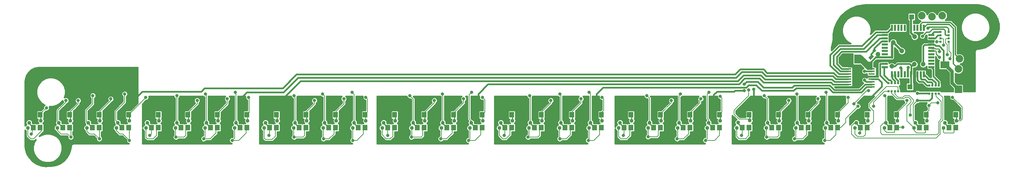
<source format=gtl>
G75*
G70*
%OFA0B0*%
%FSLAX24Y24*%
%IPPOS*%
%LPD*%
%AMOC8*
5,1,8,0,0,1.08239X$1,22.5*
%
%ADD10R,0.0900X0.0700*%
%ADD11R,0.0700X0.0900*%
%ADD12R,0.0220X0.0236*%
%ADD13R,0.0236X0.0220*%
%ADD14R,0.0472X0.0512*%
%ADD15R,0.0472X0.0551*%
%ADD16C,0.0370*%
%ADD17C,0.0560*%
%ADD18R,0.0591X0.0197*%
%ADD19R,0.0197X0.0591*%
%ADD20R,0.0630X0.0157*%
%ADD21R,0.0740X0.0740*%
%ADD22C,0.0740*%
%ADD23R,0.0315X0.0472*%
%ADD24C,0.0080*%
%ADD25C,0.0160*%
%ADD26C,0.0200*%
%ADD27C,0.0475*%
%ADD28C,0.0240*%
%ADD29C,0.0320*%
%ADD30C,0.0320*%
%ADD31C,0.0100*%
%ADD32C,0.0330*%
%ADD33C,0.0120*%
D10*
X090945Y009286D03*
X090945Y010486D03*
D11*
X082385Y011066D03*
X081185Y011066D03*
D12*
X085413Y008681D03*
X085728Y008681D03*
X086043Y008681D03*
X086358Y008681D03*
X089413Y008461D03*
X089728Y008461D03*
X090043Y008461D03*
X090358Y008461D03*
X090358Y007671D03*
X090043Y007671D03*
X089728Y007671D03*
X089413Y007671D03*
X086358Y007891D03*
X086043Y007891D03*
X085728Y007891D03*
X085413Y007891D03*
D13*
X090530Y012764D03*
X090530Y013079D03*
X091320Y013079D03*
X091320Y012764D03*
X091320Y013394D03*
X091320Y013709D03*
X090530Y013709D03*
X090530Y013394D03*
D14*
X087685Y015206D03*
X086885Y015206D03*
X087535Y008336D03*
X088335Y008336D03*
D15*
X088451Y005576D03*
X089140Y005576D03*
X091351Y005576D03*
X092040Y005576D03*
X092040Y004317D03*
X091351Y004317D03*
X089140Y004317D03*
X088451Y004317D03*
X086240Y004317D03*
X085551Y004317D03*
X083340Y004317D03*
X082651Y004317D03*
X080440Y004317D03*
X079751Y004317D03*
X077540Y004317D03*
X076851Y004317D03*
X074640Y004317D03*
X073951Y004317D03*
X071740Y004327D03*
X071051Y004327D03*
X068840Y004317D03*
X068151Y004317D03*
X065940Y004317D03*
X065251Y004317D03*
X063040Y004317D03*
X062351Y004317D03*
X060140Y004317D03*
X059451Y004317D03*
X057240Y004317D03*
X056551Y004317D03*
X054340Y004317D03*
X053651Y004317D03*
X051340Y004317D03*
X050651Y004317D03*
X048440Y004317D03*
X047751Y004317D03*
X045540Y004317D03*
X044851Y004317D03*
X042740Y004317D03*
X042051Y004317D03*
X039840Y004317D03*
X039151Y004317D03*
X036940Y004317D03*
X036251Y004317D03*
X034040Y004317D03*
X033351Y004317D03*
X031140Y004317D03*
X030451Y004317D03*
X028240Y004317D03*
X027551Y004317D03*
X025340Y004317D03*
X024651Y004317D03*
X022440Y004317D03*
X021751Y004317D03*
X019540Y004317D03*
X018851Y004317D03*
X016640Y004317D03*
X015951Y004317D03*
X013740Y004317D03*
X013051Y004317D03*
X010840Y004317D03*
X010151Y004317D03*
X007940Y004317D03*
X007251Y004317D03*
X005040Y004317D03*
X004351Y004317D03*
X002140Y004317D03*
X001451Y004317D03*
X001451Y005576D03*
X002140Y005576D03*
X004351Y005576D03*
X005040Y005576D03*
X007251Y005576D03*
X007940Y005576D03*
X010151Y005576D03*
X010840Y005576D03*
X013051Y005576D03*
X013740Y005576D03*
X015951Y005576D03*
X016640Y005576D03*
X018851Y005576D03*
X019540Y005576D03*
X021751Y005576D03*
X022440Y005576D03*
X024651Y005576D03*
X025340Y005576D03*
X027551Y005576D03*
X028240Y005576D03*
X030451Y005576D03*
X031140Y005576D03*
X033351Y005576D03*
X034040Y005576D03*
X036251Y005576D03*
X036940Y005576D03*
X039151Y005576D03*
X039840Y005576D03*
X042051Y005576D03*
X042740Y005576D03*
X044851Y005576D03*
X045540Y005576D03*
X047751Y005576D03*
X048440Y005576D03*
X050651Y005576D03*
X051340Y005576D03*
X053651Y005576D03*
X054340Y005576D03*
X056551Y005576D03*
X057240Y005576D03*
X059451Y005576D03*
X060140Y005576D03*
X062351Y005576D03*
X063040Y005576D03*
X065251Y005576D03*
X065940Y005576D03*
X068151Y005576D03*
X068840Y005576D03*
X071051Y005586D03*
X071740Y005586D03*
X073951Y005576D03*
X074640Y005576D03*
X076851Y005576D03*
X077540Y005576D03*
X079751Y005576D03*
X080440Y005576D03*
X082651Y005576D03*
X083340Y005576D03*
X085551Y005576D03*
X086240Y005576D03*
D16*
X086299Y005006D03*
X085152Y004807D03*
X085019Y004285D03*
X083399Y005006D03*
X082252Y004807D03*
X082119Y004285D03*
X080499Y005006D03*
X079352Y004807D03*
X079219Y004285D03*
X077599Y005006D03*
X076452Y004807D03*
X076319Y004285D03*
X074699Y005006D03*
X073552Y004807D03*
X071799Y005016D03*
X070652Y004817D03*
X068899Y005006D03*
X067752Y004807D03*
X065999Y005006D03*
X064852Y004807D03*
X063099Y005006D03*
X061952Y004807D03*
X061819Y004285D03*
X059052Y004807D03*
X060199Y005006D03*
X058919Y004285D03*
X056152Y004807D03*
X057299Y005006D03*
X056019Y004285D03*
X053252Y004807D03*
X054399Y005006D03*
X053119Y004285D03*
X051399Y005006D03*
X050252Y004807D03*
X050119Y004285D03*
X047352Y004807D03*
X048499Y005006D03*
X047219Y004285D03*
X045599Y005006D03*
X044452Y004807D03*
X044319Y004285D03*
X042799Y005006D03*
X041652Y004807D03*
X041519Y004285D03*
X039899Y005006D03*
X038752Y004807D03*
X038619Y004285D03*
X036999Y005006D03*
X035852Y004807D03*
X035719Y004285D03*
X034099Y005006D03*
X032952Y004807D03*
X032819Y004285D03*
X031199Y005006D03*
X030052Y004807D03*
X029919Y004285D03*
X028299Y005006D03*
X027152Y004807D03*
X027019Y004285D03*
X025399Y005006D03*
X024252Y004807D03*
X024119Y004285D03*
X022499Y005006D03*
X021352Y004807D03*
X021219Y004285D03*
X019599Y005006D03*
X018452Y004807D03*
X018319Y004285D03*
X016699Y005006D03*
X015552Y004807D03*
X013799Y005006D03*
X012652Y004807D03*
X010899Y005006D03*
X009752Y004807D03*
X007999Y005006D03*
X006852Y004807D03*
X005099Y005006D03*
X003952Y004807D03*
X003819Y004285D03*
X001052Y004807D03*
X002199Y005006D03*
X000919Y004285D03*
X006719Y004285D03*
X009619Y004285D03*
X012519Y004285D03*
X015419Y004285D03*
X064719Y004285D03*
X067619Y004285D03*
X070519Y004295D03*
X073419Y004285D03*
X087919Y004285D03*
X088052Y004807D03*
X089199Y005006D03*
X090952Y004807D03*
X092099Y005006D03*
X090819Y004285D03*
D17*
X091705Y006206D03*
X088805Y006206D03*
X085905Y006206D03*
X083005Y006206D03*
X080105Y006206D03*
X077205Y006206D03*
X074305Y006206D03*
X071405Y006216D03*
X068505Y006206D03*
X065605Y006206D03*
X062705Y006206D03*
X059805Y006206D03*
X056905Y006206D03*
X054005Y006206D03*
X051005Y006206D03*
X048105Y006206D03*
X045205Y006206D03*
X042405Y006206D03*
X039505Y006206D03*
X036605Y006206D03*
X033705Y006206D03*
X030805Y006206D03*
X027905Y006206D03*
X025005Y006206D03*
X022105Y006206D03*
X019205Y006206D03*
X016305Y006206D03*
X013405Y006206D03*
X010505Y006206D03*
X007605Y006206D03*
X004705Y006206D03*
X001805Y006206D03*
D18*
X085042Y010272D03*
X085042Y010587D03*
X085042Y010902D03*
X085042Y011217D03*
X085042Y011531D03*
X085042Y011846D03*
X085042Y012161D03*
X085042Y012476D03*
X085042Y012791D03*
X085042Y013106D03*
X085042Y013421D03*
X089609Y013421D03*
X089609Y013106D03*
X089609Y012791D03*
X089609Y012476D03*
X089609Y012161D03*
X089609Y011846D03*
X089609Y011531D03*
X089609Y011217D03*
X089609Y010902D03*
X089609Y010587D03*
X089609Y010272D03*
D19*
X088900Y009563D03*
X088585Y009563D03*
X088270Y009563D03*
X087955Y009563D03*
X087640Y009563D03*
X087325Y009563D03*
X087010Y009563D03*
X086695Y009563D03*
X086380Y009563D03*
X086065Y009563D03*
X085750Y009563D03*
X085750Y014130D03*
X086065Y014130D03*
X086380Y014130D03*
X086695Y014130D03*
X087010Y014130D03*
X087325Y014130D03*
X087640Y014130D03*
X087955Y014130D03*
X088270Y014130D03*
X088585Y014130D03*
X088900Y014130D03*
D20*
X083767Y010102D03*
X083767Y009846D03*
X083767Y009590D03*
X083767Y009334D03*
X083767Y009078D03*
X083767Y008822D03*
X083767Y008566D03*
X083767Y008310D03*
X081444Y008310D03*
X081444Y008566D03*
X081444Y008822D03*
X081444Y009078D03*
X081444Y009334D03*
X081444Y009590D03*
X081444Y009846D03*
X081444Y010102D03*
D21*
X092275Y008086D03*
X091705Y015216D03*
D22*
X090705Y015316D03*
X089705Y015216D03*
X088705Y015316D03*
X092375Y011086D03*
X092275Y010086D03*
X092375Y009086D03*
D23*
G36*
X084156Y010482D02*
X083934Y010704D01*
X084266Y011036D01*
X084488Y010814D01*
X084156Y010482D01*
G37*
G36*
X083655Y010983D02*
X083433Y011205D01*
X083765Y011537D01*
X083987Y011315D01*
X083655Y010983D01*
G37*
D24*
X083772Y010106D02*
X083767Y010102D01*
X091185Y011506D02*
X091185Y012466D01*
X091025Y012626D01*
X091025Y013026D01*
X091065Y013066D01*
X091308Y013066D01*
X091320Y013079D01*
X091320Y012764D02*
X091345Y012739D01*
X091345Y011866D01*
X091565Y011646D01*
X091565Y011326D01*
X091465Y011226D01*
X091465Y011106D01*
X091465Y011146D01*
X089665Y012106D02*
X089625Y012146D01*
X089609Y012161D01*
X089664Y012106D01*
X090825Y012426D02*
X090825Y012986D01*
X090745Y013066D01*
X090463Y013066D01*
X090530Y013079D01*
X090530Y012764D02*
X090433Y012746D01*
X090145Y012746D01*
X086265Y008346D02*
X085225Y008346D01*
X083545Y006666D01*
X083545Y006346D01*
X083945Y005946D01*
X083945Y004922D01*
X083340Y004317D01*
X083145Y004122D01*
X083145Y003626D01*
X082985Y003466D01*
X082345Y003466D01*
X082119Y003692D01*
X082119Y004285D01*
X081785Y004506D02*
X082086Y004807D01*
X082252Y004807D01*
X081785Y004506D02*
X081785Y003706D01*
X082185Y003306D01*
X090105Y003306D01*
X090505Y003706D01*
X090505Y004826D01*
X090745Y005066D01*
X090745Y007284D01*
X090358Y007671D01*
X090105Y007609D02*
X090105Y007386D01*
X090585Y006906D01*
X090585Y005146D01*
X090345Y004906D01*
X090345Y003786D01*
X090185Y003626D01*
X084825Y003626D01*
X084665Y003786D01*
X084665Y004506D01*
X084966Y004807D01*
X085152Y004807D01*
X085152Y007380D01*
X085065Y007466D01*
X085728Y007684D02*
X086265Y007146D01*
X086905Y007146D01*
X087065Y007306D01*
X087385Y007306D01*
X087625Y007066D01*
X087625Y006826D01*
X087225Y006426D01*
X087225Y004979D01*
X087919Y004285D01*
X087919Y004052D01*
X088185Y003786D01*
X088985Y003786D01*
X089065Y003866D01*
X089065Y004242D01*
X089140Y004317D01*
X088052Y004807D02*
X088044Y004807D01*
X087865Y004986D01*
X087865Y006586D01*
X088265Y006986D01*
X087865Y007066D02*
X087865Y006826D01*
X087545Y006506D01*
X087545Y005546D01*
X087225Y006746D02*
X086299Y005820D01*
X086299Y005517D01*
X089199Y005840D02*
X089385Y006026D01*
X089385Y006506D01*
X089625Y006746D01*
X090265Y006746D01*
X091705Y007306D02*
X092665Y006346D01*
X092665Y005146D01*
X092505Y004986D01*
X092118Y004986D01*
X092099Y005006D01*
X092055Y005576D02*
X092040Y005576D01*
X087225Y006746D02*
X087225Y006986D01*
X086825Y007306D02*
X086345Y007306D01*
X086043Y007609D01*
X086043Y007891D01*
X086358Y007891D02*
X086358Y008254D01*
X086265Y008346D01*
X085728Y007891D02*
X085728Y007684D01*
X085413Y007891D02*
X085010Y007891D01*
X084985Y007866D01*
X083945Y006824D01*
X083945Y006426D01*
X082425Y006426D02*
X081225Y005226D01*
X081225Y004826D01*
X080715Y004317D01*
X080440Y004317D01*
X080265Y004142D01*
X080265Y003626D01*
X079705Y003066D01*
X079145Y003066D01*
X079219Y003141D01*
X079219Y004285D01*
X079352Y004807D02*
X079352Y007740D01*
X079305Y007786D01*
X078505Y007146D02*
X078505Y006746D01*
X077599Y005840D01*
X077599Y005517D01*
X076452Y004807D02*
X076452Y007600D01*
X076425Y007626D01*
X075625Y006986D02*
X075625Y006746D01*
X074699Y005820D01*
X074699Y005517D01*
X071799Y005016D02*
X071668Y005146D01*
X070745Y005146D01*
X070265Y005626D01*
X070265Y006026D01*
X071705Y007466D01*
X071705Y008026D01*
X073225Y007466D02*
X073552Y007140D01*
X073552Y004807D01*
X073419Y004285D02*
X073419Y003432D01*
X073465Y003386D01*
X074505Y003386D01*
X074665Y003546D01*
X074665Y004291D01*
X074640Y004317D01*
X076319Y004285D02*
X076319Y003361D01*
X076185Y003226D01*
X076985Y003226D01*
X077385Y003626D01*
X077385Y004162D01*
X077540Y004317D01*
X080499Y005517D02*
X080499Y005780D01*
X081465Y006746D01*
X081465Y007306D01*
X082025Y006666D02*
X083305Y007946D01*
X083465Y007946D01*
X086825Y007306D02*
X086985Y007466D01*
X087465Y007466D01*
X087865Y007066D01*
X090043Y007671D02*
X090105Y007609D01*
X090819Y004285D02*
X090819Y003872D01*
X090905Y003786D01*
X091785Y003786D01*
X091865Y003866D01*
X091865Y004142D01*
X092040Y004317D01*
X086825Y004346D02*
X086270Y004346D01*
X086240Y004317D01*
X086025Y004102D01*
X086025Y003866D01*
X085225Y003866D01*
X085019Y004072D01*
X085019Y004285D01*
X082651Y004317D02*
X082651Y003932D01*
X082585Y003786D01*
X071740Y004327D02*
X071705Y004292D01*
X071705Y003546D01*
X071385Y003226D01*
X070745Y003226D01*
X070519Y003452D01*
X070519Y004295D01*
X071051Y004327D02*
X071051Y003612D01*
X070985Y003546D01*
X068825Y003546D02*
X068345Y003066D01*
X067465Y003066D01*
X067619Y003221D01*
X067619Y004285D01*
X068825Y004302D02*
X068825Y003546D01*
X065940Y004317D02*
X065785Y004162D01*
X065785Y003706D01*
X065305Y003226D01*
X064665Y003226D01*
X064719Y003281D01*
X064719Y004285D01*
X063040Y004317D02*
X062825Y004102D01*
X062825Y003546D01*
X062699Y003421D01*
X061819Y003421D01*
X061819Y004285D01*
X060140Y004317D02*
X060025Y004202D01*
X060025Y003546D01*
X059705Y003226D01*
X059145Y003226D01*
X058919Y003452D01*
X058919Y004285D01*
X059451Y004317D02*
X059451Y003612D01*
X059385Y003546D01*
X057065Y003626D02*
X056505Y003066D01*
X055945Y003066D01*
X056019Y003141D01*
X056019Y004285D01*
X054340Y004317D02*
X054185Y004162D01*
X054185Y003626D01*
X053785Y003226D01*
X053145Y003226D01*
X053119Y003252D01*
X053119Y004285D01*
X053252Y004807D02*
X053252Y007520D01*
X053145Y007626D01*
X055225Y007146D02*
X055225Y006746D01*
X054399Y005920D01*
X054399Y005517D01*
X056152Y004807D02*
X056152Y007660D01*
X056025Y007786D01*
X057305Y007306D02*
X057465Y007146D01*
X057465Y006026D01*
X057240Y005801D01*
X057240Y005576D01*
X057240Y005065D01*
X057299Y005006D01*
X057240Y004317D02*
X057065Y004142D01*
X057065Y003626D01*
X061952Y004807D02*
X061952Y007220D01*
X061705Y007466D01*
X063099Y005740D02*
X064105Y006746D01*
X064105Y006986D01*
X064852Y007520D02*
X064852Y004807D01*
X065999Y005517D02*
X065999Y005840D01*
X066905Y006746D01*
X066905Y007066D01*
X066985Y007146D01*
X067625Y007626D02*
X067625Y005226D01*
X067752Y005100D01*
X067752Y004807D01*
X068825Y004302D02*
X068840Y004317D01*
X068840Y005576D02*
X068840Y005641D01*
X069065Y005866D01*
X069065Y007226D01*
X068905Y007386D01*
X067785Y007786D02*
X067625Y007626D01*
X064985Y007626D02*
X064852Y007520D01*
X063099Y005740D02*
X063099Y005517D01*
X052265Y006746D02*
X052265Y006986D01*
X052265Y006746D02*
X051399Y005880D01*
X051399Y005517D01*
X050252Y004807D02*
X050252Y007400D01*
X050185Y007466D01*
X045785Y007066D02*
X045785Y005866D01*
X045540Y005621D01*
X045540Y005576D01*
X045599Y005517D01*
X045599Y005006D01*
X044452Y004960D02*
X044452Y004807D01*
X044452Y004960D02*
X044265Y005146D01*
X044265Y007546D01*
X044505Y007786D01*
X043705Y007146D02*
X043705Y006746D01*
X042799Y005840D01*
X042799Y005517D01*
X041652Y004807D02*
X041652Y007600D01*
X041625Y007626D01*
X040825Y006986D02*
X040825Y006746D01*
X039899Y005820D01*
X039899Y005517D01*
X038752Y004807D02*
X038752Y007140D01*
X038425Y007466D01*
X034265Y007146D02*
X034265Y005866D01*
X034040Y005641D01*
X034040Y005576D01*
X034099Y005517D01*
X034099Y005006D01*
X032952Y004807D02*
X032952Y007580D01*
X032745Y007786D01*
X031945Y007146D02*
X031945Y006666D01*
X031199Y005920D01*
X031199Y005517D01*
X030052Y004807D02*
X030052Y007440D01*
X029865Y007626D01*
X029065Y006986D02*
X029065Y006666D01*
X028299Y005900D01*
X028299Y005517D01*
X027152Y004807D02*
X027152Y007380D01*
X027065Y007466D01*
X022665Y007226D02*
X022665Y005786D01*
X022455Y005576D01*
X022440Y005576D01*
X022499Y005517D01*
X022499Y005006D01*
X021352Y004807D02*
X021352Y007740D01*
X021305Y007786D01*
X020505Y007146D02*
X020505Y006666D01*
X019599Y005760D01*
X019599Y005517D01*
X018452Y004807D02*
X018452Y007520D01*
X018345Y007626D01*
X017545Y006986D02*
X017545Y006666D01*
X016699Y005820D01*
X016699Y005517D01*
X015552Y004807D02*
X015552Y007460D01*
X015545Y007466D01*
X012505Y007306D02*
X012505Y007242D01*
X010840Y005576D01*
X010425Y006826D02*
X009545Y005946D01*
X009545Y005014D01*
X009752Y004807D01*
X009619Y004285D02*
X009619Y004032D01*
X009945Y003706D01*
X010265Y003706D01*
X010905Y003066D01*
X010905Y004346D01*
X010865Y004386D01*
X010840Y004361D01*
X010840Y004317D01*
X010865Y004386D02*
X010840Y004412D01*
X012519Y004285D02*
X012519Y003372D01*
X012665Y003226D01*
X013225Y003226D01*
X013545Y003546D01*
X013545Y004122D01*
X013740Y004317D01*
X013051Y004317D02*
X013051Y003692D01*
X012905Y003546D01*
X015419Y003432D02*
X015419Y004285D01*
X016425Y004102D02*
X016425Y003546D01*
X016265Y003386D01*
X015465Y003386D01*
X015419Y003432D01*
X016425Y004102D02*
X016640Y004317D01*
X018319Y004285D02*
X018319Y003361D01*
X018185Y003226D01*
X018825Y003226D01*
X019385Y003786D01*
X019385Y004162D01*
X019540Y004317D01*
X021219Y004285D02*
X021219Y003301D01*
X020985Y003066D01*
X021625Y003066D01*
X022345Y003786D01*
X022345Y004222D01*
X022440Y004317D01*
X024119Y004285D02*
X024119Y003292D01*
X024265Y003146D01*
X024905Y003146D01*
X025225Y003466D01*
X025225Y004202D01*
X025340Y004317D01*
X024651Y004317D02*
X024651Y003612D01*
X024585Y003546D01*
X027019Y003432D02*
X027019Y004285D01*
X028105Y004182D02*
X028105Y003546D01*
X027945Y003386D01*
X027065Y003386D01*
X027019Y003432D01*
X028105Y004182D02*
X028240Y004317D01*
X029919Y004285D02*
X029919Y003252D01*
X029945Y003226D01*
X030505Y003226D01*
X030985Y003706D01*
X030985Y004162D01*
X031140Y004317D01*
X032819Y004285D02*
X032819Y003072D01*
X032825Y003066D01*
X033225Y003066D01*
X033865Y003706D01*
X033865Y004142D01*
X034040Y004317D01*
X035719Y004285D02*
X035719Y003612D01*
X036105Y003226D01*
X036505Y003226D01*
X036745Y003466D01*
X036745Y004122D01*
X036940Y004317D01*
X036251Y004317D02*
X036251Y003561D01*
X036265Y003546D01*
X038585Y003386D02*
X039545Y003386D01*
X039705Y003546D01*
X039705Y004182D01*
X039840Y004317D01*
X038619Y004285D02*
X038619Y003421D01*
X038585Y003386D01*
X041465Y003226D02*
X042025Y003226D01*
X042585Y003786D01*
X042585Y004162D01*
X042740Y004317D01*
X041519Y004285D02*
X041519Y003281D01*
X041465Y003226D01*
X044185Y003066D02*
X044825Y003066D01*
X045385Y003626D01*
X045385Y004162D01*
X045540Y004317D01*
X044319Y004285D02*
X044319Y003201D01*
X044185Y003066D01*
X047219Y003552D02*
X047545Y003226D01*
X047865Y003226D01*
X048265Y003626D01*
X048265Y004142D01*
X048440Y004317D01*
X047751Y004317D02*
X047751Y003592D01*
X047705Y003546D01*
X047219Y003552D02*
X047219Y004285D01*
X050119Y004285D02*
X050119Y003481D01*
X050025Y003386D01*
X050985Y003386D01*
X051145Y003546D01*
X051145Y004122D01*
X051340Y004317D01*
X045785Y007066D02*
X045545Y007306D01*
X034265Y007146D02*
X034105Y007306D01*
X022665Y007226D02*
X022585Y007306D01*
X010425Y007626D02*
X010425Y006826D01*
X009065Y006986D02*
X009065Y007146D01*
X009065Y006986D02*
X007999Y005920D01*
X007999Y005517D01*
X006852Y004715D02*
X006665Y004902D01*
X006665Y006026D01*
X007305Y006666D01*
X007305Y007466D01*
X005865Y006986D02*
X005865Y006666D01*
X005099Y005900D01*
X005099Y005517D01*
X003865Y006026D02*
X003865Y004894D01*
X003952Y004807D01*
X003819Y004285D02*
X003819Y004072D01*
X004185Y003706D01*
X004825Y003706D01*
X005145Y003386D01*
X005145Y004266D01*
X005065Y004346D01*
X005065Y004342D01*
X005040Y004317D01*
X005065Y004346D02*
X005040Y004372D01*
X006719Y004285D02*
X006719Y003972D01*
X006985Y003706D01*
X007465Y003706D01*
X007945Y003226D01*
X007945Y004322D01*
X007945Y004426D01*
X007940Y004432D01*
X007945Y004322D02*
X007940Y004317D01*
X002745Y006266D02*
X002199Y005720D01*
X002199Y005517D01*
X003865Y006026D02*
X004665Y006826D01*
X004665Y006986D01*
X002140Y004317D02*
X002265Y004191D01*
X002265Y003986D01*
X001505Y003226D01*
X001225Y003226D01*
X000919Y003532D01*
X000919Y004285D01*
X001323Y004444D02*
X001345Y003782D01*
X001265Y003706D01*
D25*
X001787Y000771D02*
X002224Y000604D01*
X002687Y000539D01*
X002893Y000545D01*
X002906Y000549D01*
X002942Y000547D01*
X002977Y000550D01*
X002991Y000546D01*
X003193Y000545D01*
X003649Y000621D01*
X004077Y000796D01*
X004455Y001062D01*
X004764Y001406D01*
X004989Y001809D01*
X005119Y002253D01*
X005145Y002479D01*
X005145Y002522D01*
X005149Y002530D01*
X005149Y002539D01*
X005170Y002582D01*
X005188Y002625D01*
X005194Y002631D01*
X005198Y002639D01*
X005233Y002671D01*
X005267Y002704D01*
X005274Y002707D01*
X005281Y002713D01*
X005326Y002728D01*
X005369Y002746D01*
X005378Y002746D01*
X005386Y002749D01*
X005434Y002746D01*
X010829Y002746D01*
X010721Y002791D01*
X010630Y002882D01*
X010580Y003002D01*
X010580Y003109D01*
X010182Y003506D01*
X010028Y003506D01*
X009862Y003506D01*
X009536Y003832D01*
X009419Y003949D01*
X009419Y003997D01*
X009327Y004090D01*
X009274Y004216D01*
X009274Y004354D01*
X009327Y004480D01*
X009424Y004577D01*
X009474Y004598D01*
X009460Y004612D01*
X009407Y004739D01*
X009407Y004870D01*
X009345Y004931D01*
X009345Y005097D01*
X009345Y005864D01*
X009345Y006029D01*
X010225Y006909D01*
X010225Y007367D01*
X010150Y007442D01*
X010100Y007562D01*
X010100Y007691D01*
X010150Y007811D01*
X010241Y007902D01*
X010361Y007951D01*
X010490Y007951D01*
X010609Y007902D01*
X010701Y007811D01*
X010750Y007691D01*
X010750Y007562D01*
X010701Y007442D01*
X010625Y007367D01*
X010625Y006744D01*
X010508Y006626D01*
X010508Y006626D01*
X009745Y005864D01*
X009745Y005152D01*
X009821Y005152D01*
X009948Y005100D01*
X010045Y005003D01*
X010097Y004876D01*
X010097Y004752D01*
X010453Y004752D01*
X010495Y004710D01*
X010537Y004752D01*
X010664Y004752D01*
X010606Y004810D01*
X010554Y004937D01*
X010554Y005074D01*
X010582Y005141D01*
X010537Y005141D01*
X010444Y005234D01*
X010444Y005918D01*
X010537Y006012D01*
X010993Y006012D01*
X011705Y006725D01*
X011705Y010226D01*
X002194Y010226D01*
X002187Y010224D01*
X002139Y010226D01*
X002114Y010226D01*
X001949Y010224D01*
X001591Y010146D01*
X001266Y009978D01*
X000995Y009732D01*
X000797Y009424D01*
X000686Y009075D01*
X000665Y008896D01*
X000665Y004519D01*
X000724Y004577D01*
X000774Y004598D01*
X000760Y004612D01*
X000707Y004739D01*
X000707Y004876D01*
X000760Y005003D01*
X000857Y005100D01*
X000983Y005152D01*
X001121Y005152D01*
X001248Y005100D01*
X001345Y005003D01*
X001397Y004876D01*
X001397Y004752D01*
X001753Y004752D01*
X001795Y004710D01*
X001837Y004752D01*
X001964Y004752D01*
X001906Y004810D01*
X001854Y004937D01*
X001854Y005074D01*
X001882Y005141D01*
X001837Y005141D01*
X001744Y005234D01*
X001744Y005918D01*
X001837Y006012D01*
X002208Y006012D01*
X002420Y006224D01*
X002420Y006331D01*
X002470Y006451D01*
X002557Y006538D01*
X002307Y006682D01*
X002041Y006948D01*
X001853Y007274D01*
X001755Y007638D01*
X001755Y008015D01*
X001853Y008378D01*
X002041Y008704D01*
X002307Y008971D01*
X002633Y009159D01*
X002997Y009256D01*
X003373Y009256D01*
X003737Y009159D01*
X004063Y008971D01*
X004329Y008704D01*
X004518Y008378D01*
X004615Y008015D01*
X004615Y007638D01*
X004518Y007277D01*
X004601Y007311D01*
X004730Y007311D01*
X004849Y007262D01*
X004941Y007171D01*
X004990Y007051D01*
X004990Y006922D01*
X004941Y006802D01*
X004849Y006711D01*
X004821Y006699D01*
X004748Y006626D01*
X004065Y005944D01*
X004065Y005134D01*
X004148Y005100D01*
X004245Y005003D01*
X004297Y004876D01*
X004297Y004752D01*
X004653Y004752D01*
X004695Y004710D01*
X004737Y004752D01*
X004864Y004752D01*
X004806Y004810D01*
X004754Y004937D01*
X004754Y005074D01*
X004782Y005141D01*
X004737Y005141D01*
X004644Y005234D01*
X004644Y005918D01*
X004737Y006012D01*
X004928Y006012D01*
X005654Y006738D01*
X005590Y006802D01*
X005540Y006922D01*
X005540Y007051D01*
X005590Y007171D01*
X005681Y007262D01*
X005801Y007311D01*
X005930Y007311D01*
X006049Y007262D01*
X006141Y007171D01*
X006190Y007051D01*
X006190Y006922D01*
X006141Y006802D01*
X006065Y006727D01*
X006065Y006584D01*
X005418Y005936D01*
X005436Y005918D01*
X005436Y005234D01*
X005395Y005193D01*
X005444Y005074D01*
X005444Y004937D01*
X005391Y004810D01*
X005333Y004752D01*
X005342Y004752D01*
X005436Y004658D01*
X005436Y003975D01*
X005345Y003884D01*
X005345Y003646D01*
X005421Y003571D01*
X005470Y003451D01*
X005470Y003322D01*
X005421Y003202D01*
X005329Y003111D01*
X005210Y003061D01*
X005081Y003061D01*
X004961Y003111D01*
X004870Y003202D01*
X004820Y003322D01*
X004820Y003429D01*
X004742Y003506D01*
X004268Y003506D01*
X004102Y003506D01*
X003736Y003872D01*
X003619Y003989D01*
X003619Y003997D01*
X003527Y004090D01*
X003474Y004216D01*
X003474Y004354D01*
X003527Y004480D01*
X003624Y004577D01*
X003674Y004598D01*
X003660Y004612D01*
X003607Y004739D01*
X003607Y004876D01*
X003660Y005003D01*
X003665Y005008D01*
X003665Y005944D01*
X003665Y006109D01*
X004381Y006825D01*
X004340Y006922D01*
X004340Y006967D01*
X004329Y006948D01*
X004063Y006682D01*
X003737Y006494D01*
X003373Y006396D01*
X003043Y006396D01*
X003070Y006331D01*
X003070Y006202D01*
X003021Y006082D01*
X002929Y005991D01*
X002810Y005941D01*
X002703Y005941D01*
X002536Y005774D01*
X002536Y005234D01*
X002495Y005193D01*
X002544Y005074D01*
X002544Y004937D01*
X002491Y004810D01*
X002433Y004752D01*
X002442Y004752D01*
X002536Y004658D01*
X002536Y003975D01*
X002465Y003904D01*
X002465Y003904D01*
X002047Y003485D01*
X002313Y003639D01*
X002677Y003736D01*
X003053Y003736D01*
X003417Y003639D01*
X003743Y003451D01*
X004009Y003184D01*
X004198Y002858D01*
X004295Y002495D01*
X004295Y002118D01*
X004198Y001754D01*
X004009Y001428D01*
X003743Y001162D01*
X003417Y000974D01*
X003053Y000876D01*
X002677Y000876D01*
X002313Y000974D01*
X001987Y001162D01*
X001721Y001428D01*
X001533Y001754D01*
X001435Y002118D01*
X001435Y002495D01*
X001533Y002858D01*
X001687Y003125D01*
X001588Y003026D01*
X001308Y003026D01*
X001142Y003026D01*
X000836Y003332D01*
X000719Y003449D01*
X000719Y003997D01*
X000665Y004051D01*
X000665Y002443D01*
X000697Y002218D01*
X000839Y001773D01*
X001077Y001370D01*
X001398Y001030D01*
X001787Y000771D01*
X001842Y000749D02*
X003964Y000749D01*
X004236Y000908D02*
X003171Y000908D01*
X003578Y001067D02*
X004459Y001067D01*
X004602Y001225D02*
X003806Y001225D01*
X003965Y001384D02*
X004745Y001384D01*
X004840Y001542D02*
X004075Y001542D01*
X004167Y001701D02*
X004929Y001701D01*
X005004Y001859D02*
X004226Y001859D01*
X004268Y002018D02*
X005050Y002018D01*
X005097Y002176D02*
X004295Y002176D01*
X004295Y002335D02*
X005129Y002335D01*
X005145Y002493D02*
X004295Y002493D01*
X004253Y002652D02*
X005212Y002652D01*
X004211Y002811D02*
X010701Y002811D01*
X010594Y002969D02*
X008147Y002969D01*
X008129Y002951D02*
X008221Y003042D01*
X008270Y003162D01*
X008270Y003291D01*
X008221Y003411D01*
X008145Y003486D01*
X008145Y003881D01*
X008242Y003881D01*
X008336Y003975D01*
X008336Y004658D01*
X008242Y004752D01*
X008233Y004752D01*
X008291Y004810D01*
X008344Y004937D01*
X008344Y005074D01*
X008295Y005193D01*
X008336Y005234D01*
X008336Y005918D01*
X008308Y005946D01*
X009148Y006786D01*
X009221Y006859D01*
X009249Y006871D01*
X009341Y006962D01*
X009390Y007082D01*
X009390Y007211D01*
X009341Y007331D01*
X009249Y007422D01*
X009130Y007471D01*
X009001Y007471D01*
X008881Y007422D01*
X008790Y007331D01*
X008740Y007211D01*
X008740Y007082D01*
X008780Y006985D01*
X007808Y006012D01*
X007637Y006012D01*
X007544Y005918D01*
X007544Y005234D01*
X007637Y005141D01*
X007682Y005141D01*
X007654Y005074D01*
X007654Y004937D01*
X007706Y004810D01*
X007764Y004752D01*
X007637Y004752D01*
X007595Y004710D01*
X007553Y004752D01*
X007197Y004752D01*
X007197Y004876D01*
X007145Y005003D01*
X007048Y005100D01*
X006921Y005152D01*
X006865Y005152D01*
X006865Y005944D01*
X007388Y006466D01*
X007505Y006584D01*
X007505Y007207D01*
X007581Y007282D01*
X007630Y007402D01*
X007630Y007531D01*
X007581Y007651D01*
X007489Y007742D01*
X007370Y007791D01*
X007241Y007791D01*
X007121Y007742D01*
X007030Y007651D01*
X006980Y007531D01*
X006980Y007402D01*
X007030Y007282D01*
X007105Y007207D01*
X007105Y006749D01*
X006465Y006109D01*
X006465Y005944D01*
X006465Y004819D01*
X006507Y004777D01*
X006507Y004739D01*
X006560Y004612D01*
X006574Y004598D01*
X006524Y004577D01*
X006427Y004480D01*
X006374Y004354D01*
X006374Y004216D01*
X006427Y004090D01*
X006519Y003997D01*
X006519Y003889D01*
X006636Y003772D01*
X006902Y003506D01*
X007068Y003506D01*
X007382Y003506D01*
X007620Y003269D01*
X007620Y003162D01*
X007670Y003042D01*
X007761Y002951D01*
X007881Y002901D01*
X008010Y002901D01*
X008129Y002951D01*
X008256Y003128D02*
X010561Y003128D01*
X010403Y003286D02*
X008270Y003286D01*
X008186Y003445D02*
X010244Y003445D01*
X009766Y003603D02*
X008145Y003603D01*
X008145Y003762D02*
X009607Y003762D01*
X009448Y003920D02*
X008282Y003920D01*
X008336Y004079D02*
X009338Y004079D01*
X009274Y004237D02*
X008336Y004237D01*
X008336Y004396D02*
X009292Y004396D01*
X009401Y004555D02*
X008336Y004555D01*
X008281Y004713D02*
X009418Y004713D01*
X009405Y004872D02*
X008317Y004872D01*
X008344Y005030D02*
X009345Y005030D01*
X009345Y005189D02*
X008296Y005189D01*
X008336Y005347D02*
X009345Y005347D01*
X009345Y005506D02*
X008336Y005506D01*
X008336Y005664D02*
X009345Y005664D01*
X009345Y005823D02*
X008336Y005823D01*
X008343Y005981D02*
X009345Y005981D01*
X009456Y006140D02*
X008501Y006140D01*
X008660Y006299D02*
X009614Y006299D01*
X009773Y006457D02*
X008819Y006457D01*
X008977Y006616D02*
X009932Y006616D01*
X010090Y006774D02*
X009136Y006774D01*
X009311Y006933D02*
X010225Y006933D01*
X010225Y007091D02*
X009390Y007091D01*
X009374Y007250D02*
X010225Y007250D01*
X010184Y007408D02*
X009263Y007408D01*
X008867Y007408D02*
X007630Y007408D01*
X007615Y007567D02*
X010100Y007567D01*
X010114Y007725D02*
X007506Y007725D01*
X007105Y007725D02*
X004615Y007725D01*
X004615Y007884D02*
X010223Y007884D01*
X010627Y007884D02*
X011705Y007884D01*
X011705Y008042D02*
X004608Y008042D01*
X004565Y008201D02*
X011705Y008201D01*
X011705Y008360D02*
X004523Y008360D01*
X004437Y008518D02*
X011705Y008518D01*
X011705Y008677D02*
X004346Y008677D01*
X004199Y008835D02*
X011705Y008835D01*
X011705Y008994D02*
X004023Y008994D01*
X003749Y009152D02*
X011705Y009152D01*
X011705Y009311D02*
X000761Y009311D01*
X000710Y009152D02*
X002622Y009152D01*
X002347Y008994D02*
X000676Y008994D01*
X000665Y008835D02*
X002172Y008835D01*
X002025Y008677D02*
X000665Y008677D01*
X000665Y008518D02*
X001933Y008518D01*
X001848Y008360D02*
X000665Y008360D01*
X000665Y008201D02*
X001805Y008201D01*
X001763Y008042D02*
X000665Y008042D01*
X000665Y007884D02*
X001755Y007884D01*
X001755Y007725D02*
X000665Y007725D01*
X000665Y007567D02*
X001774Y007567D01*
X001817Y007408D02*
X000665Y007408D01*
X000665Y007250D02*
X001867Y007250D01*
X001958Y007091D02*
X000665Y007091D01*
X000665Y006933D02*
X002057Y006933D01*
X002215Y006774D02*
X000665Y006774D01*
X000665Y006616D02*
X002422Y006616D01*
X002476Y006457D02*
X000665Y006457D01*
X000665Y006299D02*
X002420Y006299D01*
X002336Y006140D02*
X000665Y006140D01*
X000665Y005981D02*
X001807Y005981D01*
X001744Y005823D02*
X000665Y005823D01*
X000665Y005664D02*
X001744Y005664D01*
X001744Y005506D02*
X000665Y005506D01*
X000665Y005347D02*
X001744Y005347D01*
X001789Y005189D02*
X000665Y005189D01*
X000665Y005030D02*
X000787Y005030D01*
X000707Y004872D02*
X000665Y004872D01*
X000665Y004713D02*
X000718Y004713D01*
X000701Y004555D02*
X000665Y004555D01*
X001397Y004872D02*
X001881Y004872D01*
X001854Y005030D02*
X001317Y005030D01*
X001792Y004713D02*
X001798Y004713D01*
X002481Y004713D02*
X003618Y004713D01*
X003607Y004872D02*
X002517Y004872D01*
X002544Y005030D02*
X003665Y005030D01*
X003665Y005189D02*
X002496Y005189D01*
X002536Y005347D02*
X003665Y005347D01*
X003665Y005506D02*
X002536Y005506D01*
X002536Y005664D02*
X003665Y005664D01*
X003665Y005823D02*
X002584Y005823D01*
X002906Y005981D02*
X003665Y005981D01*
X003696Y006140D02*
X003045Y006140D01*
X003070Y006299D02*
X003854Y006299D01*
X004013Y006457D02*
X003600Y006457D01*
X003948Y006616D02*
X004172Y006616D01*
X004155Y006774D02*
X004330Y006774D01*
X004314Y006933D02*
X004340Y006933D01*
X004912Y006774D02*
X005618Y006774D01*
X005540Y006933D02*
X004990Y006933D01*
X004974Y007091D02*
X005557Y007091D01*
X005669Y007250D02*
X004861Y007250D01*
X004554Y007408D02*
X006980Y007408D01*
X006995Y007567D02*
X004596Y007567D01*
X006061Y007250D02*
X007062Y007250D01*
X007105Y007091D02*
X006174Y007091D01*
X006190Y006933D02*
X007105Y006933D01*
X007105Y006774D02*
X006112Y006774D01*
X006065Y006616D02*
X006971Y006616D01*
X006813Y006457D02*
X005939Y006457D01*
X005780Y006299D02*
X006654Y006299D01*
X006496Y006140D02*
X005621Y006140D01*
X005463Y005981D02*
X006465Y005981D01*
X006465Y005823D02*
X005436Y005823D01*
X005436Y005664D02*
X006465Y005664D01*
X006465Y005506D02*
X005436Y005506D01*
X005436Y005347D02*
X006465Y005347D01*
X006465Y005189D02*
X005396Y005189D01*
X005444Y005030D02*
X006465Y005030D01*
X006465Y004872D02*
X005417Y004872D01*
X005381Y004713D02*
X006518Y004713D01*
X006501Y004555D02*
X005436Y004555D01*
X005436Y004396D02*
X006392Y004396D01*
X006374Y004237D02*
X005436Y004237D01*
X005436Y004079D02*
X006438Y004079D01*
X006519Y003920D02*
X005382Y003920D01*
X005345Y003762D02*
X006647Y003762D01*
X006806Y003603D02*
X005388Y003603D01*
X005470Y003445D02*
X007444Y003445D01*
X007603Y003286D02*
X005455Y003286D01*
X005346Y003128D02*
X007634Y003128D01*
X007743Y002969D02*
X004134Y002969D01*
X004042Y003128D02*
X004944Y003128D01*
X004835Y003286D02*
X003908Y003286D01*
X003749Y003445D02*
X004804Y003445D01*
X004006Y003603D02*
X003479Y003603D01*
X003688Y003920D02*
X002482Y003920D01*
X002536Y004079D02*
X003538Y004079D01*
X003474Y004237D02*
X002536Y004237D01*
X002536Y004396D02*
X003492Y004396D01*
X003601Y004555D02*
X002536Y004555D01*
X004217Y005030D02*
X004754Y005030D01*
X004781Y004872D02*
X004297Y004872D01*
X004692Y004713D02*
X004698Y004713D01*
X004689Y005189D02*
X004065Y005189D01*
X004065Y005347D02*
X004644Y005347D01*
X004644Y005506D02*
X004065Y005506D01*
X004065Y005664D02*
X004644Y005664D01*
X004644Y005823D02*
X004065Y005823D01*
X004103Y005981D02*
X004707Y005981D01*
X004705Y006206D02*
X004351Y005852D01*
X004351Y005576D01*
X004262Y006140D02*
X005056Y006140D01*
X005214Y006299D02*
X004420Y006299D01*
X004579Y006457D02*
X005373Y006457D01*
X005531Y006616D02*
X004737Y006616D01*
X006903Y005981D02*
X007607Y005981D01*
X007544Y005823D02*
X006865Y005823D01*
X006865Y005664D02*
X007544Y005664D01*
X007544Y005506D02*
X006865Y005506D01*
X006865Y005347D02*
X007544Y005347D01*
X007589Y005189D02*
X006865Y005189D01*
X007117Y005030D02*
X007654Y005030D01*
X007681Y004872D02*
X007197Y004872D01*
X007592Y004713D02*
X007598Y004713D01*
X009745Y005189D02*
X010489Y005189D01*
X010444Y005347D02*
X009745Y005347D01*
X009745Y005506D02*
X010444Y005506D01*
X010444Y005664D02*
X009745Y005664D01*
X009745Y005823D02*
X010444Y005823D01*
X010507Y005981D02*
X009863Y005981D01*
X010021Y006140D02*
X011121Y006140D01*
X011279Y006299D02*
X010180Y006299D01*
X010339Y006457D02*
X011438Y006457D01*
X011596Y006616D02*
X010497Y006616D01*
X010625Y006774D02*
X011705Y006774D01*
X011705Y006933D02*
X010625Y006933D01*
X010625Y007091D02*
X011705Y007091D01*
X011705Y007250D02*
X010625Y007250D01*
X010667Y007408D02*
X011705Y007408D01*
X011705Y007567D02*
X010750Y007567D01*
X010736Y007725D02*
X011705Y007725D01*
X012165Y007866D02*
X017945Y007866D01*
X018265Y008186D01*
X025945Y008186D01*
X027305Y009546D01*
X070345Y009546D01*
X070865Y010066D01*
X073145Y010066D01*
X073505Y009706D01*
X080025Y009706D01*
X080398Y009334D01*
X081444Y009334D01*
X081444Y009078D02*
X080253Y009078D01*
X079945Y009386D01*
X073385Y009386D01*
X072985Y009786D01*
X071025Y009786D01*
X070465Y009226D01*
X027465Y009226D01*
X026025Y007786D01*
X022425Y007786D01*
X022105Y007466D01*
X022105Y006206D01*
X021751Y005852D01*
X021751Y005576D01*
X021552Y005506D02*
X022044Y005506D01*
X022044Y005664D02*
X021552Y005664D01*
X021552Y005823D02*
X022044Y005823D01*
X022044Y005918D02*
X022044Y005234D01*
X022137Y005141D01*
X022182Y005141D01*
X022154Y005074D01*
X022154Y004937D01*
X022206Y004810D01*
X022264Y004752D01*
X022137Y004752D01*
X022095Y004710D01*
X022053Y004752D01*
X021697Y004752D01*
X021697Y004876D01*
X021645Y005003D01*
X021552Y005095D01*
X021552Y007386D01*
X022267Y007386D01*
X022260Y007371D01*
X022260Y007242D01*
X022310Y007122D01*
X022401Y007031D01*
X022465Y007004D01*
X022465Y006012D01*
X022137Y006012D01*
X022044Y005918D01*
X022107Y005981D02*
X021552Y005981D01*
X021552Y006140D02*
X022465Y006140D01*
X022465Y006299D02*
X021552Y006299D01*
X021552Y006457D02*
X022465Y006457D01*
X022465Y006616D02*
X021552Y006616D01*
X021552Y006774D02*
X022465Y006774D01*
X022465Y006933D02*
X021552Y006933D01*
X021552Y007091D02*
X022341Y007091D01*
X022260Y007250D02*
X021552Y007250D01*
X021152Y007250D02*
X020814Y007250D01*
X020830Y007211D02*
X020781Y007331D01*
X020725Y007386D01*
X021152Y007386D01*
X021152Y005095D01*
X021060Y005003D01*
X021007Y004876D01*
X021007Y004739D01*
X021060Y004612D01*
X021074Y004598D01*
X021024Y004577D01*
X020927Y004480D01*
X020874Y004354D01*
X020874Y004216D01*
X020927Y004090D01*
X021019Y003997D01*
X021019Y003391D01*
X020921Y003391D01*
X020801Y003342D01*
X020710Y003251D01*
X020660Y003131D01*
X020660Y003002D01*
X020710Y002882D01*
X020801Y002791D01*
X020909Y002746D01*
X012185Y002746D01*
X012185Y004190D01*
X012227Y004090D01*
X012319Y003997D01*
X012319Y003289D01*
X012436Y003172D01*
X012582Y003026D01*
X012748Y003026D01*
X013308Y003026D01*
X013425Y003144D01*
X013745Y003464D01*
X013745Y003629D01*
X013745Y003881D01*
X014042Y003881D01*
X014136Y003975D01*
X014136Y004658D01*
X014042Y004752D01*
X014033Y004752D01*
X014091Y004810D01*
X014144Y004937D01*
X014144Y005074D01*
X014095Y005193D01*
X014136Y005234D01*
X014136Y005918D01*
X014042Y006012D01*
X013437Y006012D01*
X013344Y005918D01*
X013344Y005234D01*
X013437Y005141D01*
X013482Y005141D01*
X013454Y005074D01*
X013454Y004937D01*
X013506Y004810D01*
X013564Y004752D01*
X013437Y004752D01*
X013395Y004710D01*
X013353Y004752D01*
X012997Y004752D01*
X012997Y004876D01*
X012945Y005003D01*
X012848Y005100D01*
X012721Y005152D01*
X012583Y005152D01*
X012457Y005100D01*
X012360Y005003D01*
X012307Y004876D01*
X012307Y004739D01*
X012360Y004612D01*
X012374Y004598D01*
X012324Y004577D01*
X012227Y004480D01*
X012185Y004380D01*
X012185Y006639D01*
X012528Y006981D01*
X012570Y006981D01*
X012689Y007031D01*
X012781Y007122D01*
X012830Y007242D01*
X012830Y007371D01*
X012824Y007386D01*
X015227Y007386D01*
X015270Y007282D01*
X015352Y007200D01*
X015352Y005095D01*
X015260Y005003D01*
X015207Y004876D01*
X015207Y004739D01*
X015260Y004612D01*
X015274Y004598D01*
X015224Y004577D01*
X015127Y004480D01*
X015074Y004354D01*
X015074Y004216D01*
X015127Y004090D01*
X015219Y003997D01*
X015219Y003600D01*
X015190Y003571D01*
X015140Y003451D01*
X015140Y003322D01*
X015190Y003202D01*
X015281Y003111D01*
X015401Y003061D01*
X015530Y003061D01*
X015649Y003111D01*
X015725Y003186D01*
X016348Y003186D01*
X016465Y003304D01*
X016625Y003464D01*
X016625Y003629D01*
X016625Y003881D01*
X016942Y003881D01*
X017036Y003975D01*
X017036Y004658D01*
X016942Y004752D01*
X016933Y004752D01*
X016991Y004810D01*
X017044Y004937D01*
X017044Y005074D01*
X016995Y005193D01*
X017036Y005234D01*
X017036Y005874D01*
X017745Y006584D01*
X017745Y006727D01*
X017821Y006802D01*
X017870Y006922D01*
X017870Y007051D01*
X017821Y007171D01*
X017729Y007262D01*
X017610Y007311D01*
X017481Y007311D01*
X017361Y007262D01*
X017270Y007171D01*
X017220Y007051D01*
X017220Y006922D01*
X017270Y006802D01*
X017334Y006738D01*
X016608Y006012D01*
X016337Y006012D01*
X016244Y005918D01*
X016244Y005234D01*
X016337Y005141D01*
X016382Y005141D01*
X016354Y005074D01*
X016354Y004937D01*
X016406Y004810D01*
X016464Y004752D01*
X016337Y004752D01*
X016295Y004710D01*
X016253Y004752D01*
X015897Y004752D01*
X015897Y004876D01*
X015845Y005003D01*
X015752Y005095D01*
X015752Y007214D01*
X015821Y007282D01*
X015864Y007386D01*
X018126Y007386D01*
X018161Y007351D01*
X018252Y007313D01*
X018252Y005095D01*
X018160Y005003D01*
X018107Y004876D01*
X018107Y004739D01*
X018160Y004612D01*
X018174Y004598D01*
X018124Y004577D01*
X018027Y004480D01*
X017974Y004354D01*
X017974Y004216D01*
X018027Y004090D01*
X018119Y003997D01*
X018119Y003551D01*
X018001Y003502D01*
X017910Y003411D01*
X017860Y003291D01*
X017860Y003162D01*
X017910Y003042D01*
X018001Y002951D01*
X018121Y002901D01*
X018250Y002901D01*
X018369Y002951D01*
X018445Y003026D01*
X018908Y003026D01*
X019025Y003144D01*
X019585Y003704D01*
X019585Y003869D01*
X019585Y003881D01*
X019842Y003881D01*
X019936Y003975D01*
X019936Y004658D01*
X019842Y004752D01*
X019833Y004752D01*
X019891Y004810D01*
X019944Y004937D01*
X019944Y005074D01*
X019895Y005193D01*
X019936Y005234D01*
X019936Y005814D01*
X020588Y006466D01*
X020705Y006584D01*
X020705Y006887D01*
X020781Y006962D01*
X020830Y007082D01*
X020830Y007211D01*
X020830Y007091D02*
X021152Y007091D01*
X021152Y006933D02*
X020751Y006933D01*
X020705Y006774D02*
X021152Y006774D01*
X021152Y006616D02*
X020705Y006616D01*
X020588Y006466D02*
X020588Y006466D01*
X020579Y006457D02*
X021152Y006457D01*
X021152Y006299D02*
X020420Y006299D01*
X020261Y006140D02*
X021152Y006140D01*
X021152Y005981D02*
X020103Y005981D01*
X019944Y005823D02*
X021152Y005823D01*
X021152Y005664D02*
X019936Y005664D01*
X019936Y005506D02*
X021152Y005506D01*
X021152Y005347D02*
X019936Y005347D01*
X019896Y005189D02*
X021152Y005189D01*
X021087Y005030D02*
X019944Y005030D01*
X019917Y004872D02*
X021007Y004872D01*
X021018Y004713D02*
X019881Y004713D01*
X019936Y004555D02*
X021001Y004555D01*
X020892Y004396D02*
X019936Y004396D01*
X019936Y004237D02*
X020874Y004237D01*
X020938Y004079D02*
X019936Y004079D01*
X019882Y003920D02*
X021019Y003920D01*
X021019Y003762D02*
X019585Y003762D01*
X019485Y003603D02*
X021019Y003603D01*
X021019Y003445D02*
X019326Y003445D01*
X019168Y003286D02*
X020745Y003286D01*
X020660Y003128D02*
X019009Y003128D01*
X018387Y002969D02*
X020674Y002969D01*
X020781Y002811D02*
X012185Y002811D01*
X012185Y002969D02*
X017983Y002969D01*
X017874Y003128D02*
X015666Y003128D01*
X015264Y003128D02*
X013409Y003128D01*
X013568Y003286D02*
X015155Y003286D01*
X015140Y003445D02*
X013726Y003445D01*
X013745Y003603D02*
X015219Y003603D01*
X015219Y003762D02*
X013745Y003762D01*
X014082Y003920D02*
X015219Y003920D01*
X015138Y004079D02*
X014136Y004079D01*
X014136Y004237D02*
X015074Y004237D01*
X015092Y004396D02*
X014136Y004396D01*
X014136Y004555D02*
X015201Y004555D01*
X015218Y004713D02*
X014081Y004713D01*
X014117Y004872D02*
X015207Y004872D01*
X015287Y005030D02*
X014144Y005030D01*
X014096Y005189D02*
X015352Y005189D01*
X015352Y005347D02*
X014136Y005347D01*
X014136Y005506D02*
X015352Y005506D01*
X015352Y005664D02*
X014136Y005664D01*
X014136Y005823D02*
X015352Y005823D01*
X015352Y005981D02*
X014073Y005981D01*
X013407Y005981D02*
X012185Y005981D01*
X012185Y005823D02*
X013344Y005823D01*
X013344Y005664D02*
X012185Y005664D01*
X012185Y005506D02*
X013344Y005506D01*
X013344Y005347D02*
X012185Y005347D01*
X012185Y005189D02*
X013389Y005189D01*
X013454Y005030D02*
X012917Y005030D01*
X012997Y004872D02*
X013481Y004872D01*
X013398Y004713D02*
X013392Y004713D01*
X012387Y005030D02*
X012185Y005030D01*
X012185Y004872D02*
X012307Y004872D01*
X012318Y004713D02*
X012185Y004713D01*
X012185Y004555D02*
X012301Y004555D01*
X012192Y004396D02*
X012185Y004396D01*
X012185Y004079D02*
X012238Y004079D01*
X012185Y003920D02*
X012319Y003920D01*
X012319Y003762D02*
X012185Y003762D01*
X012185Y003603D02*
X012319Y003603D01*
X012319Y003445D02*
X012185Y003445D01*
X012185Y003286D02*
X012323Y003286D01*
X012185Y003128D02*
X012481Y003128D01*
X016448Y003286D02*
X017860Y003286D01*
X017944Y003445D02*
X016606Y003445D01*
X016625Y003603D02*
X018119Y003603D01*
X018119Y003762D02*
X016625Y003762D01*
X016982Y003920D02*
X018119Y003920D01*
X018038Y004079D02*
X017036Y004079D01*
X017036Y004237D02*
X017974Y004237D01*
X017992Y004396D02*
X017036Y004396D01*
X017036Y004555D02*
X018101Y004555D01*
X018118Y004713D02*
X016981Y004713D01*
X017017Y004872D02*
X018107Y004872D01*
X018187Y005030D02*
X017044Y005030D01*
X016996Y005189D02*
X018252Y005189D01*
X018252Y005347D02*
X017036Y005347D01*
X017036Y005506D02*
X018252Y005506D01*
X018252Y005664D02*
X017036Y005664D01*
X017036Y005823D02*
X018252Y005823D01*
X018252Y005981D02*
X017143Y005981D01*
X017302Y006140D02*
X018252Y006140D01*
X018252Y006299D02*
X017460Y006299D01*
X017619Y006457D02*
X018252Y006457D01*
X018252Y006616D02*
X017745Y006616D01*
X017792Y006774D02*
X018252Y006774D01*
X018252Y006933D02*
X017870Y006933D01*
X017854Y007091D02*
X018252Y007091D01*
X018252Y007250D02*
X017741Y007250D01*
X017349Y007250D02*
X015788Y007250D01*
X015752Y007091D02*
X017237Y007091D01*
X017220Y006933D02*
X015752Y006933D01*
X015752Y006774D02*
X017298Y006774D01*
X017211Y006616D02*
X015752Y006616D01*
X015752Y006457D02*
X017053Y006457D01*
X016894Y006299D02*
X015752Y006299D01*
X015752Y006140D02*
X016736Y006140D01*
X016305Y006206D02*
X015951Y005852D01*
X015951Y005576D01*
X015752Y005506D02*
X016244Y005506D01*
X016244Y005664D02*
X015752Y005664D01*
X015752Y005823D02*
X016244Y005823D01*
X016307Y005981D02*
X015752Y005981D01*
X015352Y006140D02*
X012185Y006140D01*
X012185Y006299D02*
X015352Y006299D01*
X015352Y006457D02*
X012185Y006457D01*
X012185Y006616D02*
X015352Y006616D01*
X015352Y006774D02*
X012320Y006774D01*
X012479Y006933D02*
X015352Y006933D01*
X015352Y007091D02*
X012750Y007091D01*
X012830Y007250D02*
X015302Y007250D01*
X012165Y007866D02*
X010505Y006206D01*
X010151Y005852D01*
X010151Y005576D01*
X007936Y006140D02*
X007062Y006140D01*
X007220Y006299D02*
X008094Y006299D01*
X008253Y006457D02*
X007379Y006457D01*
X007505Y006616D02*
X008411Y006616D01*
X008570Y006774D02*
X007505Y006774D01*
X007505Y006933D02*
X008729Y006933D01*
X008740Y007091D02*
X007505Y007091D01*
X007548Y007250D02*
X008756Y007250D01*
X007605Y006206D02*
X007251Y005852D01*
X007251Y005576D01*
X010017Y005030D02*
X010554Y005030D01*
X010581Y004872D02*
X010097Y004872D01*
X010492Y004713D02*
X010498Y004713D01*
X013051Y005576D02*
X013051Y005852D01*
X013405Y006206D01*
X015752Y005347D02*
X016244Y005347D01*
X016289Y005189D02*
X015752Y005189D01*
X015817Y005030D02*
X016354Y005030D01*
X016381Y004872D02*
X015897Y004872D01*
X016292Y004713D02*
X016298Y004713D01*
X018652Y005095D02*
X018652Y007386D01*
X020286Y007386D01*
X020230Y007331D01*
X020180Y007211D01*
X020180Y007082D01*
X020230Y006962D01*
X020305Y006887D01*
X020305Y006749D01*
X019568Y006012D01*
X019237Y006012D01*
X019144Y005918D01*
X019144Y005234D01*
X019237Y005141D01*
X019282Y005141D01*
X019254Y005074D01*
X019254Y004937D01*
X019306Y004810D01*
X019364Y004752D01*
X019237Y004752D01*
X019195Y004710D01*
X019153Y004752D01*
X018797Y004752D01*
X018797Y004876D01*
X018745Y005003D01*
X018652Y005095D01*
X018717Y005030D02*
X019254Y005030D01*
X019281Y004872D02*
X018797Y004872D01*
X019192Y004713D02*
X019198Y004713D01*
X019189Y005189D02*
X018652Y005189D01*
X018652Y005347D02*
X019144Y005347D01*
X019144Y005506D02*
X018652Y005506D01*
X018652Y005664D02*
X019144Y005664D01*
X019144Y005823D02*
X018652Y005823D01*
X018652Y005981D02*
X019207Y005981D01*
X019205Y006206D02*
X018851Y005852D01*
X018851Y005576D01*
X018652Y006140D02*
X019696Y006140D01*
X019854Y006299D02*
X018652Y006299D01*
X018652Y006457D02*
X020013Y006457D01*
X020172Y006616D02*
X018652Y006616D01*
X018652Y006774D02*
X020305Y006774D01*
X020259Y006933D02*
X018652Y006933D01*
X018652Y007091D02*
X020180Y007091D01*
X020196Y007250D02*
X018652Y007250D01*
X023705Y007250D02*
X026822Y007250D01*
X026790Y007282D02*
X026881Y007191D01*
X026952Y007162D01*
X026952Y005095D01*
X026860Y005003D01*
X026807Y004876D01*
X026807Y004739D01*
X026860Y004612D01*
X026874Y004598D01*
X026824Y004577D01*
X026727Y004480D01*
X026674Y004354D01*
X026674Y004216D01*
X026727Y004090D01*
X026819Y003997D01*
X026819Y003600D01*
X026790Y003571D01*
X026740Y003451D01*
X026740Y003322D01*
X026790Y003202D01*
X026881Y003111D01*
X027001Y003061D01*
X027130Y003061D01*
X027249Y003111D01*
X027325Y003186D01*
X028028Y003186D01*
X028145Y003304D01*
X028305Y003464D01*
X028305Y003629D01*
X028305Y003881D01*
X028542Y003881D01*
X028636Y003975D01*
X028636Y004658D01*
X028542Y004752D01*
X028533Y004752D01*
X028591Y004810D01*
X028644Y004937D01*
X028644Y005074D01*
X028595Y005193D01*
X028636Y005234D01*
X028636Y005918D01*
X028618Y005936D01*
X029148Y006466D01*
X029265Y006584D01*
X029265Y006727D01*
X029341Y006802D01*
X029390Y006922D01*
X029390Y007051D01*
X029341Y007171D01*
X029249Y007262D01*
X029130Y007311D01*
X029001Y007311D01*
X028881Y007262D01*
X028790Y007171D01*
X028740Y007051D01*
X028740Y006922D01*
X028790Y006802D01*
X028854Y006738D01*
X028128Y006012D01*
X027937Y006012D01*
X027844Y005918D01*
X027844Y005234D01*
X027937Y005141D01*
X027982Y005141D01*
X027954Y005074D01*
X027954Y004937D01*
X028006Y004810D01*
X028064Y004752D01*
X027937Y004752D01*
X027895Y004710D01*
X027853Y004752D01*
X027497Y004752D01*
X027497Y004876D01*
X027445Y005003D01*
X027352Y005095D01*
X027352Y007310D01*
X027384Y007386D01*
X029646Y007386D01*
X029681Y007351D01*
X029801Y007301D01*
X029852Y007301D01*
X029852Y005095D01*
X029760Y005003D01*
X029707Y004876D01*
X029707Y004739D01*
X029760Y004612D01*
X029774Y004598D01*
X029724Y004577D01*
X029627Y004480D01*
X029574Y004354D01*
X029574Y004216D01*
X029627Y004090D01*
X029719Y003997D01*
X029719Y003460D01*
X029670Y003411D01*
X029620Y003291D01*
X029620Y003162D01*
X029670Y003042D01*
X029761Y002951D01*
X029881Y002901D01*
X030010Y002901D01*
X030129Y002951D01*
X030205Y003026D01*
X030588Y003026D01*
X030705Y003144D01*
X031185Y003624D01*
X031185Y003789D01*
X031185Y003881D01*
X031442Y003881D01*
X031536Y003975D01*
X031536Y004658D01*
X031442Y004752D01*
X031433Y004752D01*
X031491Y004810D01*
X031544Y004937D01*
X031544Y005074D01*
X031495Y005193D01*
X031536Y005234D01*
X031536Y005918D01*
X031508Y005946D01*
X032028Y006466D01*
X032145Y006584D01*
X032145Y006887D01*
X032221Y006962D01*
X032270Y007082D01*
X032270Y007211D01*
X032221Y007331D01*
X032165Y007386D01*
X032752Y007386D01*
X032752Y005095D01*
X032660Y005003D01*
X032607Y004876D01*
X032607Y004739D01*
X032660Y004612D01*
X032674Y004598D01*
X032624Y004577D01*
X032527Y004480D01*
X032474Y004354D01*
X032474Y004216D01*
X032527Y004090D01*
X032619Y003997D01*
X032619Y003320D01*
X032550Y003251D01*
X032500Y003131D01*
X032500Y003002D01*
X032550Y002882D01*
X032641Y002791D01*
X032749Y002746D01*
X023705Y002746D01*
X023705Y007386D01*
X026747Y007386D01*
X026790Y007282D01*
X026952Y007091D02*
X023705Y007091D01*
X023705Y006933D02*
X026952Y006933D01*
X026952Y006774D02*
X023705Y006774D01*
X023705Y006616D02*
X026952Y006616D01*
X026952Y006457D02*
X023705Y006457D01*
X023705Y006299D02*
X026952Y006299D01*
X026952Y006140D02*
X023705Y006140D01*
X023705Y005981D02*
X025007Y005981D01*
X025037Y006012D02*
X024944Y005918D01*
X024944Y005234D01*
X025037Y005141D01*
X025082Y005141D01*
X025054Y005074D01*
X025054Y004937D01*
X025106Y004810D01*
X025164Y004752D01*
X025037Y004752D01*
X024995Y004710D01*
X024953Y004752D01*
X024597Y004752D01*
X024597Y004876D01*
X024545Y005003D01*
X024448Y005100D01*
X024321Y005152D01*
X024183Y005152D01*
X024057Y005100D01*
X023960Y005003D01*
X023907Y004876D01*
X023907Y004739D01*
X023960Y004612D01*
X023974Y004598D01*
X023924Y004577D01*
X023827Y004480D01*
X023774Y004354D01*
X023774Y004216D01*
X023827Y004090D01*
X023919Y003997D01*
X023919Y003209D01*
X024036Y003092D01*
X024182Y002946D01*
X024348Y002946D01*
X024988Y002946D01*
X025105Y003064D01*
X025425Y003384D01*
X025425Y003549D01*
X025425Y003881D01*
X025642Y003881D01*
X025736Y003975D01*
X025736Y004658D01*
X025642Y004752D01*
X025633Y004752D01*
X025691Y004810D01*
X025744Y004937D01*
X025744Y005074D01*
X025695Y005193D01*
X025736Y005234D01*
X025736Y005918D01*
X025642Y006012D01*
X025037Y006012D01*
X025005Y006206D02*
X027705Y008906D01*
X070625Y008906D01*
X071185Y009466D01*
X072905Y009466D01*
X073305Y009066D01*
X079865Y009066D01*
X080109Y008822D01*
X081444Y008822D01*
X081444Y008566D02*
X079965Y008566D01*
X079785Y008746D01*
X073145Y008746D01*
X072745Y009146D01*
X071305Y009146D01*
X070745Y008586D01*
X046105Y008586D01*
X045145Y007626D01*
X045145Y006266D01*
X045205Y006206D01*
X044851Y005852D01*
X044851Y005576D01*
X045144Y005506D02*
X044465Y005506D01*
X044465Y005664D02*
X045144Y005664D01*
X045144Y005823D02*
X044465Y005823D01*
X044465Y005981D02*
X045207Y005981D01*
X045237Y006012D02*
X045144Y005918D01*
X045144Y005234D01*
X045237Y005141D01*
X045282Y005141D01*
X045254Y005074D01*
X045254Y004937D01*
X045306Y004810D01*
X045364Y004752D01*
X045237Y004752D01*
X045195Y004710D01*
X045153Y004752D01*
X044797Y004752D01*
X044797Y004876D01*
X044745Y005003D01*
X044648Y005100D01*
X044557Y005137D01*
X044535Y005159D01*
X044465Y005229D01*
X044465Y007386D01*
X045227Y007386D01*
X045220Y007371D01*
X045220Y007242D01*
X045270Y007122D01*
X045361Y007031D01*
X045481Y006981D01*
X045585Y006981D01*
X045585Y006012D01*
X045237Y006012D01*
X045585Y006140D02*
X044465Y006140D01*
X044465Y006299D02*
X045585Y006299D01*
X045585Y006457D02*
X044465Y006457D01*
X044465Y006616D02*
X045585Y006616D01*
X045585Y006774D02*
X044465Y006774D01*
X044465Y006933D02*
X045585Y006933D01*
X045301Y007091D02*
X044465Y007091D01*
X044465Y007250D02*
X045220Y007250D01*
X044065Y007250D02*
X044014Y007250D01*
X044030Y007211D02*
X043981Y007331D01*
X043925Y007386D01*
X044065Y007386D01*
X044065Y005229D01*
X044065Y005064D01*
X044150Y004979D01*
X044107Y004876D01*
X044107Y004739D01*
X044160Y004612D01*
X044174Y004598D01*
X044124Y004577D01*
X044027Y004480D01*
X043974Y004354D01*
X043974Y004216D01*
X044027Y004090D01*
X044119Y003997D01*
X044119Y003391D01*
X044001Y003342D01*
X043910Y003251D01*
X043860Y003131D01*
X043860Y003002D01*
X043910Y002882D01*
X044001Y002791D01*
X044109Y002746D01*
X035225Y002746D01*
X035225Y007386D01*
X038107Y007386D01*
X038150Y007282D01*
X038241Y007191D01*
X038361Y007141D01*
X038467Y007141D01*
X038552Y007057D01*
X038552Y005095D01*
X038460Y005003D01*
X038407Y004876D01*
X038407Y004739D01*
X038460Y004612D01*
X038474Y004598D01*
X038424Y004577D01*
X038327Y004480D01*
X038274Y004354D01*
X038274Y004216D01*
X038327Y004090D01*
X038419Y003997D01*
X038419Y003669D01*
X038401Y003662D01*
X038310Y003571D01*
X038260Y003451D01*
X038260Y003322D01*
X038310Y003202D01*
X038401Y003111D01*
X038521Y003061D01*
X038650Y003061D01*
X038769Y003111D01*
X038845Y003186D01*
X039628Y003186D01*
X039745Y003304D01*
X039905Y003464D01*
X039905Y003629D01*
X039905Y003881D01*
X040142Y003881D01*
X040236Y003975D01*
X040236Y004658D01*
X040142Y004752D01*
X040133Y004752D01*
X040191Y004810D01*
X040244Y004937D01*
X040244Y005074D01*
X040195Y005193D01*
X040236Y005234D01*
X040236Y005874D01*
X040908Y006546D01*
X041025Y006664D01*
X041025Y006727D01*
X041101Y006802D01*
X041150Y006922D01*
X041150Y007051D01*
X041101Y007171D01*
X041009Y007262D01*
X040890Y007311D01*
X040761Y007311D01*
X040641Y007262D01*
X040550Y007171D01*
X040500Y007051D01*
X040500Y006922D01*
X040550Y006802D01*
X040574Y006778D01*
X039808Y006012D01*
X039537Y006012D01*
X039444Y005918D01*
X039444Y005234D01*
X039537Y005141D01*
X039582Y005141D01*
X039554Y005074D01*
X039554Y004937D01*
X039606Y004810D01*
X039664Y004752D01*
X039537Y004752D01*
X039495Y004710D01*
X039453Y004752D01*
X039097Y004752D01*
X039097Y004876D01*
X039045Y005003D01*
X038952Y005095D01*
X038952Y007222D01*
X038835Y007339D01*
X038788Y007386D01*
X041406Y007386D01*
X041441Y007351D01*
X041452Y007346D01*
X041452Y005095D01*
X041360Y005003D01*
X041307Y004876D01*
X041307Y004739D01*
X041360Y004612D01*
X041374Y004598D01*
X041324Y004577D01*
X041227Y004480D01*
X041174Y004354D01*
X041174Y004216D01*
X041227Y004090D01*
X041319Y003997D01*
X041319Y003518D01*
X041281Y003502D01*
X041190Y003411D01*
X041140Y003291D01*
X041140Y003162D01*
X041190Y003042D01*
X041281Y002951D01*
X041401Y002901D01*
X041530Y002901D01*
X041649Y002951D01*
X041725Y003026D01*
X042108Y003026D01*
X042225Y003144D01*
X042785Y003704D01*
X042785Y003869D01*
X042785Y003881D01*
X043042Y003881D01*
X043136Y003975D01*
X043136Y004658D01*
X043042Y004752D01*
X043033Y004752D01*
X043091Y004810D01*
X043144Y004937D01*
X043144Y005074D01*
X043095Y005193D01*
X043136Y005234D01*
X043136Y005894D01*
X043788Y006546D01*
X043905Y006664D01*
X043905Y006887D01*
X043981Y006962D01*
X044030Y007082D01*
X044030Y007211D01*
X044030Y007091D02*
X044065Y007091D01*
X044065Y006933D02*
X043951Y006933D01*
X043905Y006774D02*
X044065Y006774D01*
X044065Y006616D02*
X043857Y006616D01*
X043788Y006546D02*
X043788Y006546D01*
X043699Y006457D02*
X044065Y006457D01*
X044065Y006299D02*
X043540Y006299D01*
X043381Y006140D02*
X044065Y006140D01*
X044065Y005981D02*
X043223Y005981D01*
X043136Y005823D02*
X044065Y005823D01*
X044065Y005664D02*
X043136Y005664D01*
X043136Y005506D02*
X044065Y005506D01*
X044065Y005347D02*
X043136Y005347D01*
X043096Y005189D02*
X044065Y005189D01*
X044099Y005030D02*
X043144Y005030D01*
X043117Y004872D02*
X044107Y004872D01*
X044118Y004713D02*
X043081Y004713D01*
X043136Y004555D02*
X044101Y004555D01*
X043992Y004396D02*
X043136Y004396D01*
X043136Y004237D02*
X043974Y004237D01*
X044038Y004079D02*
X043136Y004079D01*
X043082Y003920D02*
X044119Y003920D01*
X044119Y003762D02*
X042785Y003762D01*
X042685Y003603D02*
X044119Y003603D01*
X044119Y003445D02*
X042526Y003445D01*
X042368Y003286D02*
X043945Y003286D01*
X043860Y003128D02*
X042209Y003128D01*
X041667Y002969D02*
X043874Y002969D01*
X043981Y002811D02*
X035225Y002811D01*
X035225Y002969D02*
X041263Y002969D01*
X041154Y003128D02*
X038786Y003128D01*
X038384Y003128D02*
X036689Y003128D01*
X036705Y003144D02*
X036828Y003266D01*
X036945Y003384D01*
X036945Y003881D01*
X037242Y003881D01*
X037336Y003975D01*
X037336Y004658D01*
X037242Y004752D01*
X037233Y004752D01*
X037291Y004810D01*
X037344Y004937D01*
X037344Y005074D01*
X037295Y005193D01*
X037336Y005234D01*
X037336Y005918D01*
X037242Y006012D01*
X036637Y006012D01*
X036544Y005918D01*
X036544Y005234D01*
X036637Y005141D01*
X036682Y005141D01*
X036654Y005074D01*
X036654Y004937D01*
X036706Y004810D01*
X036764Y004752D01*
X036637Y004752D01*
X036595Y004710D01*
X036553Y004752D01*
X036197Y004752D01*
X036197Y004876D01*
X036145Y005003D01*
X036048Y005100D01*
X035921Y005152D01*
X035783Y005152D01*
X035657Y005100D01*
X035560Y005003D01*
X035507Y004876D01*
X035507Y004739D01*
X035560Y004612D01*
X035574Y004598D01*
X035524Y004577D01*
X035427Y004480D01*
X035374Y004354D01*
X035374Y004216D01*
X035427Y004090D01*
X035519Y003997D01*
X035519Y003529D01*
X035636Y003412D01*
X036022Y003026D01*
X036188Y003026D01*
X036588Y003026D01*
X036705Y003144D01*
X036705Y003144D01*
X036828Y003266D02*
X036828Y003266D01*
X036848Y003286D02*
X038275Y003286D01*
X038260Y003445D02*
X036945Y003445D01*
X036945Y003603D02*
X038342Y003603D01*
X038419Y003762D02*
X036945Y003762D01*
X037282Y003920D02*
X038419Y003920D01*
X038338Y004079D02*
X037336Y004079D01*
X037336Y004237D02*
X038274Y004237D01*
X038292Y004396D02*
X037336Y004396D01*
X037336Y004555D02*
X038401Y004555D01*
X038418Y004713D02*
X037281Y004713D01*
X037317Y004872D02*
X038407Y004872D01*
X038487Y005030D02*
X037344Y005030D01*
X037296Y005189D02*
X038552Y005189D01*
X038552Y005347D02*
X037336Y005347D01*
X037336Y005506D02*
X038552Y005506D01*
X038552Y005664D02*
X037336Y005664D01*
X037336Y005823D02*
X038552Y005823D01*
X038552Y005981D02*
X037273Y005981D01*
X036607Y005981D02*
X035225Y005981D01*
X035225Y005823D02*
X036544Y005823D01*
X036544Y005664D02*
X035225Y005664D01*
X035225Y005506D02*
X036544Y005506D01*
X036544Y005347D02*
X035225Y005347D01*
X035225Y005189D02*
X036589Y005189D01*
X036654Y005030D02*
X036117Y005030D01*
X036197Y004872D02*
X036681Y004872D01*
X036598Y004713D02*
X036592Y004713D01*
X035587Y005030D02*
X035225Y005030D01*
X035225Y004872D02*
X035507Y004872D01*
X035518Y004713D02*
X035225Y004713D01*
X035225Y004555D02*
X035501Y004555D01*
X035392Y004396D02*
X035225Y004396D01*
X035225Y004237D02*
X035374Y004237D01*
X035438Y004079D02*
X035225Y004079D01*
X035225Y003920D02*
X035519Y003920D01*
X035519Y003762D02*
X035225Y003762D01*
X035225Y003603D02*
X035519Y003603D01*
X035604Y003445D02*
X035225Y003445D01*
X035225Y003286D02*
X035763Y003286D01*
X035921Y003128D02*
X035225Y003128D01*
X032621Y002811D02*
X023705Y002811D01*
X023705Y002969D02*
X024160Y002969D01*
X024001Y003128D02*
X023705Y003128D01*
X023705Y003286D02*
X023919Y003286D01*
X023919Y003445D02*
X023705Y003445D01*
X023705Y003603D02*
X023919Y003603D01*
X023919Y003762D02*
X023705Y003762D01*
X023705Y003920D02*
X023919Y003920D01*
X023838Y004079D02*
X023705Y004079D01*
X023705Y004237D02*
X023774Y004237D01*
X023792Y004396D02*
X023705Y004396D01*
X023705Y004555D02*
X023901Y004555D01*
X023918Y004713D02*
X023705Y004713D01*
X023705Y004872D02*
X023907Y004872D01*
X023987Y005030D02*
X023705Y005030D01*
X023705Y005189D02*
X024989Y005189D01*
X024944Y005347D02*
X023705Y005347D01*
X023705Y005506D02*
X024944Y005506D01*
X024944Y005664D02*
X023705Y005664D01*
X023705Y005823D02*
X024944Y005823D01*
X024651Y005852D02*
X025005Y006206D01*
X024651Y005852D02*
X024651Y005576D01*
X025736Y005506D02*
X026952Y005506D01*
X026952Y005664D02*
X025736Y005664D01*
X025736Y005823D02*
X026952Y005823D01*
X026952Y005981D02*
X025673Y005981D01*
X027352Y005981D02*
X027907Y005981D01*
X027844Y005823D02*
X027352Y005823D01*
X027352Y005664D02*
X027844Y005664D01*
X027844Y005506D02*
X027352Y005506D01*
X027352Y005347D02*
X027844Y005347D01*
X027889Y005189D02*
X027352Y005189D01*
X027417Y005030D02*
X027954Y005030D01*
X027981Y004872D02*
X027497Y004872D01*
X027892Y004713D02*
X027898Y004713D01*
X028581Y004713D02*
X029718Y004713D01*
X029707Y004872D02*
X028617Y004872D01*
X028644Y005030D02*
X029787Y005030D01*
X029852Y005189D02*
X028596Y005189D01*
X028636Y005347D02*
X029852Y005347D01*
X029852Y005506D02*
X028636Y005506D01*
X028636Y005664D02*
X029852Y005664D01*
X029852Y005823D02*
X028636Y005823D01*
X028663Y005981D02*
X029852Y005981D01*
X029852Y006140D02*
X028821Y006140D01*
X028980Y006299D02*
X029852Y006299D01*
X029852Y006457D02*
X029139Y006457D01*
X029148Y006466D02*
X029148Y006466D01*
X029265Y006616D02*
X029852Y006616D01*
X029852Y006774D02*
X029312Y006774D01*
X029390Y006933D02*
X029852Y006933D01*
X029852Y007091D02*
X029374Y007091D01*
X029261Y007250D02*
X029852Y007250D01*
X030252Y007250D02*
X031636Y007250D01*
X031620Y007211D02*
X031620Y007082D01*
X031670Y006962D01*
X031745Y006887D01*
X031745Y006749D01*
X031008Y006012D01*
X030837Y006012D01*
X030744Y005918D01*
X030744Y005234D01*
X030837Y005141D01*
X030882Y005141D01*
X030854Y005074D01*
X030854Y004937D01*
X030906Y004810D01*
X030964Y004752D01*
X030837Y004752D01*
X030795Y004710D01*
X030753Y004752D01*
X030397Y004752D01*
X030397Y004876D01*
X030345Y005003D01*
X030252Y005095D01*
X030252Y007386D01*
X031726Y007386D01*
X031670Y007331D01*
X031620Y007211D01*
X031620Y007091D02*
X030252Y007091D01*
X030252Y006933D02*
X031699Y006933D01*
X031745Y006774D02*
X030252Y006774D01*
X030252Y006616D02*
X031612Y006616D01*
X031453Y006457D02*
X030252Y006457D01*
X030252Y006299D02*
X031294Y006299D01*
X031136Y006140D02*
X030252Y006140D01*
X030252Y005981D02*
X030807Y005981D01*
X030744Y005823D02*
X030252Y005823D01*
X030252Y005664D02*
X030744Y005664D01*
X030744Y005506D02*
X030252Y005506D01*
X030252Y005347D02*
X030744Y005347D01*
X030789Y005189D02*
X030252Y005189D01*
X030317Y005030D02*
X030854Y005030D01*
X030881Y004872D02*
X030397Y004872D01*
X030792Y004713D02*
X030798Y004713D01*
X031481Y004713D02*
X032618Y004713D01*
X032607Y004872D02*
X031517Y004872D01*
X031544Y005030D02*
X032687Y005030D01*
X032752Y005189D02*
X031496Y005189D01*
X031536Y005347D02*
X032752Y005347D01*
X032752Y005506D02*
X031536Y005506D01*
X031536Y005664D02*
X032752Y005664D01*
X032752Y005823D02*
X031536Y005823D01*
X031543Y005981D02*
X032752Y005981D01*
X032752Y006140D02*
X031701Y006140D01*
X031860Y006299D02*
X032752Y006299D01*
X032752Y006457D02*
X032019Y006457D01*
X032028Y006466D02*
X032028Y006466D01*
X032145Y006616D02*
X032752Y006616D01*
X032752Y006774D02*
X032145Y006774D01*
X032191Y006933D02*
X032752Y006933D01*
X032752Y007091D02*
X032270Y007091D01*
X032254Y007250D02*
X032752Y007250D01*
X033152Y007250D02*
X033780Y007250D01*
X033780Y007242D02*
X033830Y007122D01*
X033921Y007031D01*
X034041Y006981D01*
X034065Y006981D01*
X034065Y006012D01*
X033737Y006012D01*
X033644Y005918D01*
X033644Y005234D01*
X033737Y005141D01*
X033782Y005141D01*
X033754Y005074D01*
X033754Y004937D01*
X033806Y004810D01*
X033864Y004752D01*
X033737Y004752D01*
X033695Y004710D01*
X033653Y004752D01*
X033297Y004752D01*
X033297Y004876D01*
X033245Y005003D01*
X033152Y005095D01*
X033152Y007386D01*
X033787Y007386D01*
X033780Y007371D01*
X033780Y007242D01*
X033861Y007091D02*
X033152Y007091D01*
X033152Y006933D02*
X034065Y006933D01*
X034065Y006774D02*
X033152Y006774D01*
X033152Y006616D02*
X034065Y006616D01*
X034065Y006457D02*
X033152Y006457D01*
X033152Y006299D02*
X034065Y006299D01*
X034065Y006140D02*
X033152Y006140D01*
X033152Y005981D02*
X033707Y005981D01*
X033644Y005823D02*
X033152Y005823D01*
X033152Y005664D02*
X033644Y005664D01*
X033644Y005506D02*
X033152Y005506D01*
X033152Y005347D02*
X033644Y005347D01*
X033689Y005189D02*
X033152Y005189D01*
X033217Y005030D02*
X033754Y005030D01*
X033781Y004872D02*
X033297Y004872D01*
X033692Y004713D02*
X033698Y004713D01*
X032601Y004555D02*
X031536Y004555D01*
X031536Y004396D02*
X032492Y004396D01*
X032474Y004237D02*
X031536Y004237D01*
X031536Y004079D02*
X032538Y004079D01*
X032619Y003920D02*
X031482Y003920D01*
X031185Y003762D02*
X032619Y003762D01*
X032619Y003603D02*
X031165Y003603D01*
X031006Y003445D02*
X032619Y003445D01*
X032585Y003286D02*
X030848Y003286D01*
X030689Y003128D02*
X032500Y003128D01*
X032514Y002969D02*
X030147Y002969D01*
X029743Y002969D02*
X025011Y002969D01*
X025169Y003128D02*
X026864Y003128D01*
X026755Y003286D02*
X025328Y003286D01*
X025425Y003445D02*
X026740Y003445D01*
X026819Y003603D02*
X025425Y003603D01*
X025425Y003762D02*
X026819Y003762D01*
X026819Y003920D02*
X025682Y003920D01*
X025736Y004079D02*
X026738Y004079D01*
X026674Y004237D02*
X025736Y004237D01*
X025736Y004396D02*
X026692Y004396D01*
X026801Y004555D02*
X025736Y004555D01*
X025681Y004713D02*
X026818Y004713D01*
X026807Y004872D02*
X025717Y004872D01*
X025744Y005030D02*
X026887Y005030D01*
X026952Y005189D02*
X025696Y005189D01*
X025736Y005347D02*
X026952Y005347D01*
X027551Y005576D02*
X027551Y005852D01*
X027905Y006206D01*
X028256Y006140D02*
X027352Y006140D01*
X027352Y006299D02*
X028414Y006299D01*
X028573Y006457D02*
X027352Y006457D01*
X027352Y006616D02*
X028732Y006616D01*
X028818Y006774D02*
X027352Y006774D01*
X027352Y006933D02*
X028740Y006933D01*
X028757Y007091D02*
X027352Y007091D01*
X027352Y007250D02*
X028869Y007250D01*
X030451Y005852D02*
X030805Y006206D01*
X030451Y005852D02*
X030451Y005576D01*
X033351Y005576D02*
X033351Y005852D01*
X033705Y006206D01*
X035225Y006140D02*
X038552Y006140D01*
X038552Y006299D02*
X035225Y006299D01*
X035225Y006457D02*
X038552Y006457D01*
X038552Y006616D02*
X035225Y006616D01*
X035225Y006774D02*
X038552Y006774D01*
X038552Y006933D02*
X035225Y006933D01*
X035225Y007091D02*
X038518Y007091D01*
X038182Y007250D02*
X035225Y007250D01*
X038925Y007250D02*
X040629Y007250D01*
X040517Y007091D02*
X038952Y007091D01*
X038952Y006933D02*
X040500Y006933D01*
X040570Y006774D02*
X038952Y006774D01*
X038952Y006616D02*
X040412Y006616D01*
X040253Y006457D02*
X038952Y006457D01*
X038952Y006299D02*
X040094Y006299D01*
X039936Y006140D02*
X038952Y006140D01*
X038952Y005981D02*
X039507Y005981D01*
X039444Y005823D02*
X038952Y005823D01*
X038952Y005664D02*
X039444Y005664D01*
X039444Y005506D02*
X038952Y005506D01*
X038952Y005347D02*
X039444Y005347D01*
X039489Y005189D02*
X038952Y005189D01*
X039017Y005030D02*
X039554Y005030D01*
X039581Y004872D02*
X039097Y004872D01*
X039492Y004713D02*
X039498Y004713D01*
X040181Y004713D02*
X041318Y004713D01*
X041307Y004872D02*
X040217Y004872D01*
X040244Y005030D02*
X041387Y005030D01*
X041452Y005189D02*
X040196Y005189D01*
X040236Y005347D02*
X041452Y005347D01*
X041452Y005506D02*
X040236Y005506D01*
X040236Y005664D02*
X041452Y005664D01*
X041452Y005823D02*
X040236Y005823D01*
X040343Y005981D02*
X041452Y005981D01*
X041452Y006140D02*
X040501Y006140D01*
X040660Y006299D02*
X041452Y006299D01*
X041452Y006457D02*
X040819Y006457D01*
X040908Y006546D02*
X040908Y006546D01*
X040977Y006616D02*
X041452Y006616D01*
X041452Y006774D02*
X041072Y006774D01*
X041150Y006933D02*
X041452Y006933D01*
X041452Y007091D02*
X041134Y007091D01*
X041021Y007250D02*
X041452Y007250D01*
X041852Y007250D02*
X043396Y007250D01*
X043380Y007211D02*
X043380Y007082D01*
X043430Y006962D01*
X043505Y006887D01*
X043505Y006829D01*
X042688Y006012D01*
X042437Y006012D01*
X042344Y005918D01*
X042344Y005234D01*
X042437Y005141D01*
X042482Y005141D01*
X042454Y005074D01*
X042454Y004937D01*
X042506Y004810D01*
X042564Y004752D01*
X042437Y004752D01*
X042395Y004710D01*
X042353Y004752D01*
X041997Y004752D01*
X041997Y004876D01*
X041945Y005003D01*
X041852Y005095D01*
X041852Y007386D01*
X043486Y007386D01*
X043430Y007331D01*
X043380Y007211D01*
X043380Y007091D02*
X041852Y007091D01*
X041852Y006933D02*
X043459Y006933D01*
X043450Y006774D02*
X041852Y006774D01*
X041852Y006616D02*
X043292Y006616D01*
X043133Y006457D02*
X041852Y006457D01*
X041852Y006299D02*
X042974Y006299D01*
X042816Y006140D02*
X041852Y006140D01*
X041852Y005981D02*
X042407Y005981D01*
X042344Y005823D02*
X041852Y005823D01*
X041852Y005664D02*
X042344Y005664D01*
X042344Y005506D02*
X041852Y005506D01*
X041852Y005347D02*
X042344Y005347D01*
X042389Y005189D02*
X041852Y005189D01*
X041917Y005030D02*
X042454Y005030D01*
X042481Y004872D02*
X041997Y004872D01*
X042392Y004713D02*
X042398Y004713D01*
X041301Y004555D02*
X040236Y004555D01*
X040236Y004396D02*
X041192Y004396D01*
X041174Y004237D02*
X040236Y004237D01*
X040236Y004079D02*
X041238Y004079D01*
X041319Y003920D02*
X040182Y003920D01*
X039905Y003762D02*
X041319Y003762D01*
X041319Y003603D02*
X039905Y003603D01*
X039886Y003445D02*
X041224Y003445D01*
X041140Y003286D02*
X039728Y003286D01*
X044797Y004872D02*
X045281Y004872D01*
X045254Y005030D02*
X044717Y005030D01*
X044506Y005189D02*
X045189Y005189D01*
X045144Y005347D02*
X044465Y005347D01*
X046745Y005347D02*
X048044Y005347D01*
X048044Y005234D02*
X048137Y005141D01*
X048182Y005141D01*
X048154Y005074D01*
X048154Y004937D01*
X048206Y004810D01*
X048264Y004752D01*
X048137Y004752D01*
X048095Y004710D01*
X048053Y004752D01*
X047697Y004752D01*
X047697Y004876D01*
X047645Y005003D01*
X047548Y005100D01*
X047421Y005152D01*
X047283Y005152D01*
X047157Y005100D01*
X047060Y005003D01*
X047007Y004876D01*
X047007Y004739D01*
X047060Y004612D01*
X047074Y004598D01*
X047024Y004577D01*
X046927Y004480D01*
X046874Y004354D01*
X046874Y004216D01*
X046927Y004090D01*
X047019Y003997D01*
X047019Y003469D01*
X047136Y003352D01*
X047462Y003026D01*
X047628Y003026D01*
X047948Y003026D01*
X048065Y003144D01*
X048465Y003544D01*
X048465Y003709D01*
X048465Y003881D01*
X048742Y003881D01*
X048836Y003975D01*
X048836Y004658D01*
X048742Y004752D01*
X048733Y004752D01*
X048791Y004810D01*
X048844Y004937D01*
X048844Y005074D01*
X048795Y005193D01*
X048836Y005234D01*
X048836Y005918D01*
X048742Y006012D01*
X048137Y006012D01*
X048044Y005918D01*
X048044Y005234D01*
X048089Y005189D02*
X046745Y005189D01*
X046745Y005030D02*
X047087Y005030D01*
X047007Y004872D02*
X046745Y004872D01*
X046745Y004713D02*
X047018Y004713D01*
X047001Y004555D02*
X046745Y004555D01*
X046745Y004396D02*
X046892Y004396D01*
X046874Y004237D02*
X046745Y004237D01*
X046745Y004079D02*
X046938Y004079D01*
X047019Y003920D02*
X046745Y003920D01*
X046745Y003762D02*
X047019Y003762D01*
X047019Y003603D02*
X046745Y003603D01*
X046745Y003445D02*
X047044Y003445D01*
X047203Y003286D02*
X046745Y003286D01*
X046745Y003128D02*
X047361Y003128D01*
X046745Y002969D02*
X052943Y002969D01*
X052961Y002951D02*
X053081Y002901D01*
X053210Y002901D01*
X053329Y002951D01*
X053405Y003026D01*
X053868Y003026D01*
X053985Y003144D01*
X054385Y003544D01*
X054385Y003709D01*
X054385Y003881D01*
X054642Y003881D01*
X054736Y003975D01*
X054736Y004658D01*
X054642Y004752D01*
X054633Y004752D01*
X054691Y004810D01*
X054744Y004937D01*
X054744Y005074D01*
X054695Y005193D01*
X054736Y005234D01*
X054736Y005918D01*
X054708Y005946D01*
X055308Y006546D01*
X055425Y006664D01*
X055425Y006887D01*
X055501Y006962D01*
X055550Y007082D01*
X055550Y007211D01*
X055501Y007331D01*
X055445Y007386D01*
X055952Y007386D01*
X055952Y005095D01*
X055860Y005003D01*
X055807Y004876D01*
X055807Y004739D01*
X055860Y004612D01*
X055874Y004598D01*
X055824Y004577D01*
X055727Y004480D01*
X055674Y004354D01*
X055674Y004216D01*
X055727Y004090D01*
X055819Y003997D01*
X055819Y003366D01*
X055761Y003342D01*
X055670Y003251D01*
X055620Y003131D01*
X055620Y003002D01*
X055670Y002882D01*
X055761Y002791D01*
X055869Y002746D01*
X046745Y002746D01*
X046745Y007386D01*
X049867Y007386D01*
X049910Y007282D01*
X050001Y007191D01*
X050052Y007170D01*
X050052Y005095D01*
X049960Y005003D01*
X049907Y004876D01*
X049907Y004739D01*
X049960Y004612D01*
X049974Y004598D01*
X049924Y004577D01*
X049827Y004480D01*
X049774Y004354D01*
X049774Y004216D01*
X049827Y004090D01*
X049919Y003997D01*
X049919Y003694D01*
X049841Y003662D01*
X049750Y003571D01*
X049700Y003451D01*
X049700Y003322D01*
X049750Y003202D01*
X049841Y003111D01*
X049961Y003061D01*
X050090Y003061D01*
X050209Y003111D01*
X050285Y003186D01*
X051068Y003186D01*
X051185Y003304D01*
X051345Y003464D01*
X051345Y003629D01*
X051345Y003881D01*
X051642Y003881D01*
X051736Y003975D01*
X051736Y004658D01*
X051642Y004752D01*
X051633Y004752D01*
X051691Y004810D01*
X051744Y004937D01*
X051744Y005074D01*
X051695Y005193D01*
X051736Y005234D01*
X051736Y005918D01*
X051728Y005926D01*
X052465Y006664D01*
X052465Y006727D01*
X052541Y006802D01*
X052590Y006922D01*
X052590Y007051D01*
X052541Y007171D01*
X052449Y007262D01*
X052330Y007311D01*
X052201Y007311D01*
X052081Y007262D01*
X051990Y007171D01*
X051940Y007051D01*
X051940Y006922D01*
X051990Y006802D01*
X052014Y006778D01*
X051248Y006012D01*
X051037Y006012D01*
X050944Y005918D01*
X050944Y005234D01*
X051037Y005141D01*
X051082Y005141D01*
X051054Y005074D01*
X051054Y004937D01*
X051106Y004810D01*
X051164Y004752D01*
X051037Y004752D01*
X050995Y004710D01*
X050953Y004752D01*
X050597Y004752D01*
X050597Y004876D01*
X050545Y005003D01*
X050452Y005095D01*
X050452Y007274D01*
X050461Y007282D01*
X050504Y007386D01*
X052926Y007386D01*
X052961Y007351D01*
X053052Y007313D01*
X053052Y005095D01*
X052960Y005003D01*
X052907Y004876D01*
X052907Y004739D01*
X052960Y004612D01*
X052974Y004598D01*
X052924Y004577D01*
X052827Y004480D01*
X052774Y004354D01*
X052774Y004216D01*
X052827Y004090D01*
X052919Y003997D01*
X052919Y003460D01*
X052870Y003411D01*
X052820Y003291D01*
X052820Y003162D01*
X052870Y003042D01*
X052961Y002951D01*
X052834Y003128D02*
X050226Y003128D01*
X049824Y003128D02*
X048049Y003128D01*
X048208Y003286D02*
X049715Y003286D01*
X049700Y003445D02*
X048366Y003445D01*
X048465Y003603D02*
X049782Y003603D01*
X049919Y003762D02*
X048465Y003762D01*
X048782Y003920D02*
X049919Y003920D01*
X049838Y004079D02*
X048836Y004079D01*
X048836Y004237D02*
X049774Y004237D01*
X049792Y004396D02*
X048836Y004396D01*
X048836Y004555D02*
X049901Y004555D01*
X049918Y004713D02*
X048781Y004713D01*
X048817Y004872D02*
X049907Y004872D01*
X049987Y005030D02*
X048844Y005030D01*
X048796Y005189D02*
X050052Y005189D01*
X050052Y005347D02*
X048836Y005347D01*
X048836Y005506D02*
X050052Y005506D01*
X050052Y005664D02*
X048836Y005664D01*
X048836Y005823D02*
X050052Y005823D01*
X050052Y005981D02*
X048773Y005981D01*
X048107Y005981D02*
X046745Y005981D01*
X046745Y005823D02*
X048044Y005823D01*
X048044Y005664D02*
X046745Y005664D01*
X046745Y005506D02*
X048044Y005506D01*
X047751Y005576D02*
X047751Y005852D01*
X048105Y006206D01*
X046745Y006140D02*
X050052Y006140D01*
X050052Y006299D02*
X046745Y006299D01*
X046745Y006457D02*
X050052Y006457D01*
X050052Y006616D02*
X046745Y006616D01*
X046745Y006774D02*
X050052Y006774D01*
X050052Y006933D02*
X046745Y006933D01*
X046745Y007091D02*
X050052Y007091D01*
X049942Y007250D02*
X046745Y007250D01*
X050452Y007250D02*
X052069Y007250D01*
X051957Y007091D02*
X050452Y007091D01*
X050452Y006933D02*
X051940Y006933D01*
X052010Y006774D02*
X050452Y006774D01*
X050452Y006616D02*
X051851Y006616D01*
X051693Y006457D02*
X050452Y006457D01*
X050452Y006299D02*
X051534Y006299D01*
X051376Y006140D02*
X050452Y006140D01*
X050452Y005981D02*
X051007Y005981D01*
X050944Y005823D02*
X050452Y005823D01*
X050452Y005664D02*
X050944Y005664D01*
X050944Y005506D02*
X050452Y005506D01*
X050452Y005347D02*
X050944Y005347D01*
X050989Y005189D02*
X050452Y005189D01*
X050517Y005030D02*
X051054Y005030D01*
X051081Y004872D02*
X050597Y004872D01*
X050992Y004713D02*
X050998Y004713D01*
X051681Y004713D02*
X052918Y004713D01*
X052907Y004872D02*
X051717Y004872D01*
X051744Y005030D02*
X052987Y005030D01*
X053052Y005189D02*
X051696Y005189D01*
X051736Y005347D02*
X053052Y005347D01*
X053052Y005506D02*
X051736Y005506D01*
X051736Y005664D02*
X053052Y005664D01*
X053052Y005823D02*
X051736Y005823D01*
X051783Y005981D02*
X053052Y005981D01*
X053052Y006140D02*
X051941Y006140D01*
X052100Y006299D02*
X053052Y006299D01*
X053052Y006457D02*
X052259Y006457D01*
X052417Y006616D02*
X053052Y006616D01*
X053052Y006774D02*
X052512Y006774D01*
X052590Y006933D02*
X053052Y006933D01*
X053052Y007091D02*
X052574Y007091D01*
X052461Y007250D02*
X053052Y007250D01*
X053452Y007250D02*
X054916Y007250D01*
X054900Y007211D02*
X054900Y007082D01*
X054950Y006962D01*
X055025Y006887D01*
X055025Y006829D01*
X054208Y006012D01*
X054037Y006012D01*
X053944Y005918D01*
X053944Y005234D01*
X054037Y005141D01*
X054082Y005141D01*
X054054Y005074D01*
X054054Y004937D01*
X054106Y004810D01*
X054164Y004752D01*
X054037Y004752D01*
X053995Y004710D01*
X053953Y004752D01*
X053597Y004752D01*
X053597Y004876D01*
X053545Y005003D01*
X053452Y005095D01*
X053452Y007386D01*
X055006Y007386D01*
X054950Y007331D01*
X054900Y007211D01*
X054900Y007091D02*
X053452Y007091D01*
X053452Y006933D02*
X054979Y006933D01*
X054970Y006774D02*
X053452Y006774D01*
X053452Y006616D02*
X054812Y006616D01*
X054653Y006457D02*
X053452Y006457D01*
X053452Y006299D02*
X054494Y006299D01*
X054336Y006140D02*
X053452Y006140D01*
X053452Y005981D02*
X054007Y005981D01*
X053944Y005823D02*
X053452Y005823D01*
X053452Y005664D02*
X053944Y005664D01*
X053944Y005506D02*
X053452Y005506D01*
X053452Y005347D02*
X053944Y005347D01*
X053989Y005189D02*
X053452Y005189D01*
X053517Y005030D02*
X054054Y005030D01*
X054081Y004872D02*
X053597Y004872D01*
X053992Y004713D02*
X053998Y004713D01*
X054681Y004713D02*
X055818Y004713D01*
X055807Y004872D02*
X054717Y004872D01*
X054744Y005030D02*
X055887Y005030D01*
X055952Y005189D02*
X054696Y005189D01*
X054736Y005347D02*
X055952Y005347D01*
X055952Y005506D02*
X054736Y005506D01*
X054736Y005664D02*
X055952Y005664D01*
X055952Y005823D02*
X054736Y005823D01*
X054743Y005981D02*
X055952Y005981D01*
X055952Y006140D02*
X054901Y006140D01*
X055060Y006299D02*
X055952Y006299D01*
X055952Y006457D02*
X055219Y006457D01*
X055308Y006546D02*
X055308Y006546D01*
X055377Y006616D02*
X055952Y006616D01*
X055952Y006774D02*
X055425Y006774D01*
X055471Y006933D02*
X055952Y006933D01*
X055952Y007091D02*
X055550Y007091D01*
X055534Y007250D02*
X055952Y007250D01*
X056352Y007250D02*
X056980Y007250D01*
X056980Y007242D02*
X057030Y007122D01*
X057121Y007031D01*
X057241Y006981D01*
X057265Y006981D01*
X057265Y006109D01*
X057168Y006012D01*
X056937Y006012D01*
X056844Y005918D01*
X056844Y005234D01*
X056937Y005141D01*
X056982Y005141D01*
X056954Y005074D01*
X056954Y004937D01*
X057006Y004810D01*
X057064Y004752D01*
X056937Y004752D01*
X056895Y004710D01*
X056853Y004752D01*
X056497Y004752D01*
X056497Y004876D01*
X056445Y005003D01*
X056352Y005095D01*
X056352Y007386D01*
X056987Y007386D01*
X056980Y007371D01*
X056980Y007242D01*
X057061Y007091D02*
X056352Y007091D01*
X056352Y006933D02*
X057265Y006933D01*
X057265Y006774D02*
X056352Y006774D01*
X056352Y006616D02*
X057265Y006616D01*
X057265Y006457D02*
X056352Y006457D01*
X056352Y006299D02*
X057265Y006299D01*
X057265Y006140D02*
X056352Y006140D01*
X056352Y005981D02*
X056907Y005981D01*
X056844Y005823D02*
X056352Y005823D01*
X056352Y005664D02*
X056844Y005664D01*
X056844Y005506D02*
X056352Y005506D01*
X056352Y005347D02*
X056844Y005347D01*
X056889Y005189D02*
X056352Y005189D01*
X056417Y005030D02*
X056954Y005030D01*
X056981Y004872D02*
X056497Y004872D01*
X056892Y004713D02*
X056898Y004713D01*
X055801Y004555D02*
X054736Y004555D01*
X054736Y004396D02*
X055692Y004396D01*
X055674Y004237D02*
X054736Y004237D01*
X054736Y004079D02*
X055738Y004079D01*
X055819Y003920D02*
X054682Y003920D01*
X054385Y003762D02*
X055819Y003762D01*
X055819Y003603D02*
X054385Y003603D01*
X054286Y003445D02*
X055819Y003445D01*
X055705Y003286D02*
X054128Y003286D01*
X053969Y003128D02*
X055620Y003128D01*
X055634Y002969D02*
X053347Y002969D01*
X052820Y003286D02*
X051168Y003286D01*
X051326Y003445D02*
X052904Y003445D01*
X052919Y003603D02*
X051345Y003603D01*
X051345Y003762D02*
X052919Y003762D01*
X052919Y003920D02*
X051682Y003920D01*
X051736Y004079D02*
X052838Y004079D01*
X052774Y004237D02*
X051736Y004237D01*
X051736Y004396D02*
X052792Y004396D01*
X052901Y004555D02*
X051736Y004555D01*
X048181Y004872D02*
X047697Y004872D01*
X047617Y005030D02*
X048154Y005030D01*
X048098Y004713D02*
X048092Y004713D01*
X045198Y004713D02*
X045192Y004713D01*
X042051Y005576D02*
X042051Y005852D01*
X042405Y006206D01*
X039505Y006206D02*
X039151Y005852D01*
X039151Y005576D01*
X036605Y006206D02*
X036251Y005852D01*
X036251Y005576D01*
X029701Y004555D02*
X028636Y004555D01*
X028636Y004396D02*
X029592Y004396D01*
X029574Y004237D02*
X028636Y004237D01*
X028636Y004079D02*
X029638Y004079D01*
X029719Y003920D02*
X028582Y003920D01*
X028305Y003762D02*
X029719Y003762D01*
X029719Y003603D02*
X028305Y003603D01*
X028286Y003445D02*
X029704Y003445D01*
X029620Y003286D02*
X028128Y003286D01*
X027266Y003128D02*
X029634Y003128D01*
X025081Y004872D02*
X024597Y004872D01*
X024517Y005030D02*
X025054Y005030D01*
X024998Y004713D02*
X024992Y004713D01*
X022181Y004872D02*
X021697Y004872D01*
X021617Y005030D02*
X022154Y005030D01*
X022089Y005189D02*
X021552Y005189D01*
X021552Y005347D02*
X022044Y005347D01*
X022092Y004713D02*
X022098Y004713D01*
X003847Y003762D02*
X002323Y003762D01*
X002251Y003603D02*
X002165Y003603D01*
X001041Y003128D02*
X000665Y003128D01*
X000665Y003286D02*
X000883Y003286D01*
X000724Y003445D02*
X000665Y003445D01*
X000665Y003603D02*
X000719Y003603D01*
X000719Y003762D02*
X000665Y003762D01*
X000665Y003920D02*
X000719Y003920D01*
X000665Y002969D02*
X001597Y002969D01*
X001520Y002811D02*
X000665Y002811D01*
X000665Y002652D02*
X001477Y002652D01*
X001435Y002493D02*
X000665Y002493D01*
X000680Y002335D02*
X001435Y002335D01*
X001435Y002176D02*
X000710Y002176D01*
X000761Y002018D02*
X001462Y002018D01*
X001505Y001859D02*
X000811Y001859D01*
X000882Y001701D02*
X001564Y001701D01*
X001655Y001542D02*
X000975Y001542D01*
X001069Y001384D02*
X001766Y001384D01*
X001924Y001225D02*
X001214Y001225D01*
X001364Y001067D02*
X002153Y001067D01*
X002559Y000908D02*
X001581Y000908D01*
X002317Y000591D02*
X003470Y000591D01*
X001451Y005576D02*
X001451Y005852D01*
X001805Y006206D01*
X000826Y009469D02*
X011705Y009469D01*
X011705Y009628D02*
X000928Y009628D01*
X001055Y009786D02*
X011705Y009786D01*
X011705Y009945D02*
X001229Y009945D01*
X001509Y010104D02*
X011705Y010104D01*
X046745Y002811D02*
X055741Y002811D01*
X058585Y002811D02*
X067261Y002811D01*
X067281Y002791D02*
X067389Y002746D01*
X058585Y002746D01*
X058585Y004190D01*
X058627Y004090D01*
X058719Y003997D01*
X058719Y003369D01*
X058836Y003252D01*
X059062Y003026D01*
X059228Y003026D01*
X059788Y003026D01*
X059905Y003144D01*
X060225Y003464D01*
X060225Y003629D01*
X060225Y003881D01*
X060442Y003881D01*
X060536Y003975D01*
X060536Y004658D01*
X060442Y004752D01*
X060433Y004752D01*
X060491Y004810D01*
X060544Y004937D01*
X060544Y005074D01*
X060495Y005193D01*
X060536Y005234D01*
X060536Y005918D01*
X060442Y006012D01*
X059837Y006012D01*
X059744Y005918D01*
X059744Y005234D01*
X059837Y005141D01*
X059882Y005141D01*
X059854Y005074D01*
X059854Y004937D01*
X059906Y004810D01*
X059964Y004752D01*
X059837Y004752D01*
X059795Y004710D01*
X059753Y004752D01*
X059397Y004752D01*
X059397Y004876D01*
X059345Y005003D01*
X059248Y005100D01*
X059121Y005152D01*
X058983Y005152D01*
X058857Y005100D01*
X058760Y005003D01*
X058707Y004876D01*
X058707Y004739D01*
X058760Y004612D01*
X058774Y004598D01*
X058724Y004577D01*
X058627Y004480D01*
X058585Y004380D01*
X058585Y007386D01*
X061387Y007386D01*
X061430Y007282D01*
X061521Y007191D01*
X061641Y007141D01*
X061747Y007141D01*
X061752Y007137D01*
X061752Y005095D01*
X061660Y005003D01*
X061607Y004876D01*
X061607Y004739D01*
X061660Y004612D01*
X061674Y004598D01*
X061624Y004577D01*
X061527Y004480D01*
X061474Y004354D01*
X061474Y004216D01*
X061527Y004090D01*
X061619Y003997D01*
X061619Y003680D01*
X061544Y003605D01*
X061494Y003485D01*
X061494Y003356D01*
X061544Y003236D01*
X061635Y003145D01*
X061755Y003096D01*
X061884Y003096D01*
X062003Y003145D01*
X062079Y003221D01*
X062782Y003221D01*
X062899Y003338D01*
X063025Y003464D01*
X063025Y003629D01*
X063025Y003881D01*
X063342Y003881D01*
X063436Y003975D01*
X063436Y004658D01*
X063342Y004752D01*
X063333Y004752D01*
X063391Y004810D01*
X063444Y004937D01*
X063444Y005074D01*
X063395Y005193D01*
X063436Y005234D01*
X063436Y005794D01*
X064305Y006664D01*
X064305Y006727D01*
X064381Y006802D01*
X064430Y006922D01*
X064430Y007051D01*
X064381Y007171D01*
X064289Y007262D01*
X064170Y007311D01*
X064041Y007311D01*
X063921Y007262D01*
X063830Y007171D01*
X063780Y007051D01*
X063780Y006922D01*
X063830Y006802D01*
X063854Y006778D01*
X063088Y006012D01*
X062737Y006012D01*
X062644Y005918D01*
X062644Y005234D01*
X062737Y005141D01*
X062782Y005141D01*
X062754Y005074D01*
X062754Y004937D01*
X062806Y004810D01*
X062864Y004752D01*
X062737Y004752D01*
X062695Y004710D01*
X062653Y004752D01*
X062297Y004752D01*
X062297Y004876D01*
X062245Y005003D01*
X062152Y005095D01*
X062152Y007302D01*
X062068Y007386D01*
X064652Y007386D01*
X064652Y005095D01*
X064560Y005003D01*
X064507Y004876D01*
X064507Y004739D01*
X064560Y004612D01*
X064574Y004598D01*
X064524Y004577D01*
X064427Y004480D01*
X064374Y004354D01*
X064374Y004216D01*
X064427Y004090D01*
X064519Y003997D01*
X064519Y003518D01*
X064481Y003502D01*
X064390Y003411D01*
X064340Y003291D01*
X064340Y003162D01*
X064390Y003042D01*
X064481Y002951D01*
X064601Y002901D01*
X064730Y002901D01*
X064849Y002951D01*
X064925Y003026D01*
X065388Y003026D01*
X065505Y003144D01*
X065985Y003624D01*
X065985Y003789D01*
X065985Y003881D01*
X066242Y003881D01*
X066336Y003975D01*
X066336Y004658D01*
X066242Y004752D01*
X066233Y004752D01*
X066291Y004810D01*
X066344Y004937D01*
X066344Y005074D01*
X066295Y005193D01*
X066336Y005234D01*
X066336Y005894D01*
X066988Y006546D01*
X067105Y006664D01*
X067105Y006844D01*
X067169Y006871D01*
X067261Y006962D01*
X067310Y007082D01*
X067310Y007211D01*
X067261Y007331D01*
X067205Y007386D01*
X067425Y007386D01*
X067425Y005309D01*
X067425Y005144D01*
X067513Y005056D01*
X067460Y005003D01*
X067407Y004876D01*
X067407Y004739D01*
X067460Y004612D01*
X067474Y004598D01*
X067424Y004577D01*
X067327Y004480D01*
X067274Y004354D01*
X067274Y004216D01*
X067327Y004090D01*
X067419Y003997D01*
X067419Y003391D01*
X067401Y003391D01*
X067281Y003342D01*
X067190Y003251D01*
X067140Y003131D01*
X067140Y003002D01*
X067190Y002882D01*
X067281Y002791D01*
X067154Y002969D02*
X064867Y002969D01*
X064463Y002969D02*
X058585Y002969D01*
X058585Y003128D02*
X058961Y003128D01*
X058803Y003286D02*
X058585Y003286D01*
X058585Y003445D02*
X058719Y003445D01*
X058719Y003603D02*
X058585Y003603D01*
X058585Y003762D02*
X058719Y003762D01*
X058719Y003920D02*
X058585Y003920D01*
X058585Y004079D02*
X058638Y004079D01*
X058592Y004396D02*
X058585Y004396D01*
X058585Y004555D02*
X058701Y004555D01*
X058718Y004713D02*
X058585Y004713D01*
X058585Y004872D02*
X058707Y004872D01*
X058787Y005030D02*
X058585Y005030D01*
X058585Y005189D02*
X059789Y005189D01*
X059744Y005347D02*
X058585Y005347D01*
X058585Y005506D02*
X059744Y005506D01*
X059744Y005664D02*
X058585Y005664D01*
X058585Y005823D02*
X059744Y005823D01*
X059807Y005981D02*
X058585Y005981D01*
X058585Y006140D02*
X061752Y006140D01*
X061752Y006299D02*
X058585Y006299D01*
X058585Y006457D02*
X061752Y006457D01*
X061752Y006616D02*
X058585Y006616D01*
X058585Y006774D02*
X061752Y006774D01*
X061752Y006933D02*
X058585Y006933D01*
X058585Y007091D02*
X061752Y007091D01*
X061462Y007250D02*
X058585Y007250D01*
X057385Y008266D02*
X056745Y007626D01*
X056745Y006366D01*
X056905Y006206D01*
X056551Y005852D01*
X056551Y005576D01*
X054005Y006206D02*
X053651Y005852D01*
X053651Y005576D01*
X051005Y006206D02*
X050651Y005852D01*
X050651Y005576D01*
X059317Y005030D02*
X059854Y005030D01*
X059881Y004872D02*
X059397Y004872D01*
X059792Y004713D02*
X059798Y004713D01*
X060481Y004713D02*
X061618Y004713D01*
X061607Y004872D02*
X060517Y004872D01*
X060544Y005030D02*
X061687Y005030D01*
X061752Y005189D02*
X060496Y005189D01*
X060536Y005347D02*
X061752Y005347D01*
X061752Y005506D02*
X060536Y005506D01*
X060536Y005664D02*
X061752Y005664D01*
X061752Y005823D02*
X060536Y005823D01*
X060473Y005981D02*
X061752Y005981D01*
X062152Y005981D02*
X062707Y005981D01*
X062644Y005823D02*
X062152Y005823D01*
X062152Y005664D02*
X062644Y005664D01*
X062644Y005506D02*
X062152Y005506D01*
X062152Y005347D02*
X062644Y005347D01*
X062689Y005189D02*
X062152Y005189D01*
X062217Y005030D02*
X062754Y005030D01*
X062781Y004872D02*
X062297Y004872D01*
X062692Y004713D02*
X062698Y004713D01*
X063381Y004713D02*
X064518Y004713D01*
X064507Y004872D02*
X063417Y004872D01*
X063444Y005030D02*
X064587Y005030D01*
X064652Y005189D02*
X063396Y005189D01*
X063436Y005347D02*
X064652Y005347D01*
X064652Y005506D02*
X063436Y005506D01*
X063436Y005664D02*
X064652Y005664D01*
X064652Y005823D02*
X063464Y005823D01*
X063623Y005981D02*
X064652Y005981D01*
X064652Y006140D02*
X063782Y006140D01*
X063940Y006299D02*
X064652Y006299D01*
X064652Y006457D02*
X064099Y006457D01*
X064257Y006616D02*
X064652Y006616D01*
X064652Y006774D02*
X064352Y006774D01*
X064430Y006933D02*
X064652Y006933D01*
X064652Y007091D02*
X064414Y007091D01*
X064301Y007250D02*
X064652Y007250D01*
X065052Y007250D02*
X066676Y007250D01*
X066660Y007211D02*
X066660Y007082D01*
X066705Y006973D01*
X066705Y006829D01*
X065888Y006012D01*
X065637Y006012D01*
X065544Y005918D01*
X065544Y005234D01*
X065637Y005141D01*
X065682Y005141D01*
X065654Y005074D01*
X065654Y004937D01*
X065706Y004810D01*
X065764Y004752D01*
X065637Y004752D01*
X065595Y004710D01*
X065553Y004752D01*
X065197Y004752D01*
X065197Y004876D01*
X065145Y005003D01*
X065052Y005095D01*
X065052Y007302D01*
X065169Y007351D01*
X065205Y007386D01*
X066766Y007386D01*
X066710Y007331D01*
X066660Y007211D01*
X066660Y007091D02*
X065052Y007091D01*
X065052Y006933D02*
X066705Y006933D01*
X066650Y006774D02*
X065052Y006774D01*
X065052Y006616D02*
X066492Y006616D01*
X066333Y006457D02*
X065052Y006457D01*
X065052Y006299D02*
X066174Y006299D01*
X066016Y006140D02*
X065052Y006140D01*
X065052Y005981D02*
X065607Y005981D01*
X065544Y005823D02*
X065052Y005823D01*
X065052Y005664D02*
X065544Y005664D01*
X065544Y005506D02*
X065052Y005506D01*
X065052Y005347D02*
X065544Y005347D01*
X065589Y005189D02*
X065052Y005189D01*
X065117Y005030D02*
X065654Y005030D01*
X065681Y004872D02*
X065197Y004872D01*
X065592Y004713D02*
X065598Y004713D01*
X066281Y004713D02*
X067418Y004713D01*
X067407Y004872D02*
X066317Y004872D01*
X066344Y005030D02*
X067487Y005030D01*
X067425Y005189D02*
X066296Y005189D01*
X066336Y005347D02*
X067425Y005347D01*
X067425Y005506D02*
X066336Y005506D01*
X066336Y005664D02*
X067425Y005664D01*
X067425Y005823D02*
X066336Y005823D01*
X066423Y005981D02*
X067425Y005981D01*
X067425Y006140D02*
X066581Y006140D01*
X066740Y006299D02*
X067425Y006299D01*
X067425Y006457D02*
X066899Y006457D01*
X066988Y006546D02*
X066988Y006546D01*
X067057Y006616D02*
X067425Y006616D01*
X067425Y006774D02*
X067105Y006774D01*
X067231Y006933D02*
X067425Y006933D01*
X067425Y007091D02*
X067310Y007091D01*
X067294Y007250D02*
X067425Y007250D01*
X067825Y007250D02*
X068610Y007250D01*
X068630Y007202D02*
X068721Y007111D01*
X068841Y007061D01*
X068865Y007061D01*
X068865Y006012D01*
X068537Y006012D01*
X068444Y005918D01*
X068444Y005234D01*
X068537Y005141D01*
X068582Y005141D01*
X068554Y005074D01*
X068554Y004937D01*
X068606Y004810D01*
X068664Y004752D01*
X068537Y004752D01*
X068495Y004710D01*
X068453Y004752D01*
X068097Y004752D01*
X068097Y004876D01*
X068045Y005003D01*
X067952Y005095D01*
X067952Y005182D01*
X067835Y005299D01*
X067825Y005309D01*
X067825Y007386D01*
X068580Y007386D01*
X068580Y007322D01*
X068630Y007202D01*
X068769Y007091D02*
X067825Y007091D01*
X067825Y006933D02*
X068865Y006933D01*
X068865Y006774D02*
X067825Y006774D01*
X067825Y006616D02*
X068865Y006616D01*
X068865Y006457D02*
X067825Y006457D01*
X067825Y006299D02*
X068865Y006299D01*
X068865Y006140D02*
X067825Y006140D01*
X067825Y005981D02*
X068507Y005981D01*
X068444Y005823D02*
X067825Y005823D01*
X067825Y005664D02*
X068444Y005664D01*
X068444Y005506D02*
X067825Y005506D01*
X067825Y005347D02*
X068444Y005347D01*
X068489Y005189D02*
X067946Y005189D01*
X068017Y005030D02*
X068554Y005030D01*
X068581Y004872D02*
X068097Y004872D01*
X068492Y004713D02*
X068498Y004713D01*
X067401Y004555D02*
X066336Y004555D01*
X066336Y004396D02*
X067292Y004396D01*
X067274Y004237D02*
X066336Y004237D01*
X066336Y004079D02*
X067338Y004079D01*
X067419Y003920D02*
X066282Y003920D01*
X065985Y003762D02*
X067419Y003762D01*
X067419Y003603D02*
X065965Y003603D01*
X065806Y003445D02*
X067419Y003445D01*
X067225Y003286D02*
X065648Y003286D01*
X065489Y003128D02*
X067140Y003128D01*
X064519Y003603D02*
X063025Y003603D01*
X063025Y003762D02*
X064519Y003762D01*
X064519Y003920D02*
X063382Y003920D01*
X063436Y004079D02*
X064438Y004079D01*
X064374Y004237D02*
X063436Y004237D01*
X063436Y004396D02*
X064392Y004396D01*
X064501Y004555D02*
X063436Y004555D01*
X061601Y004555D02*
X060536Y004555D01*
X060536Y004396D02*
X061492Y004396D01*
X061474Y004237D02*
X060536Y004237D01*
X060536Y004079D02*
X061538Y004079D01*
X061619Y003920D02*
X060482Y003920D01*
X060225Y003762D02*
X061619Y003762D01*
X061543Y003603D02*
X060225Y003603D01*
X060206Y003445D02*
X061494Y003445D01*
X061523Y003286D02*
X060048Y003286D01*
X059889Y003128D02*
X061677Y003128D01*
X061961Y003128D02*
X064354Y003128D01*
X064340Y003286D02*
X062848Y003286D01*
X063006Y003445D02*
X064424Y003445D01*
X070105Y003445D02*
X070319Y003445D01*
X070319Y003369D02*
X070436Y003252D01*
X070662Y003026D01*
X070828Y003026D01*
X071468Y003026D01*
X071585Y003144D01*
X071788Y003346D01*
X071905Y003464D01*
X071905Y003891D01*
X072042Y003891D01*
X072136Y003985D01*
X072136Y004668D01*
X072042Y004762D01*
X072033Y004762D01*
X072091Y004820D01*
X072144Y004947D01*
X072144Y005084D01*
X072095Y005203D01*
X072136Y005244D01*
X072136Y005928D01*
X072042Y006022D01*
X071437Y006022D01*
X071344Y005928D01*
X071344Y005346D01*
X070828Y005346D01*
X070465Y005709D01*
X070465Y005944D01*
X071905Y007384D01*
X071905Y007386D01*
X072907Y007386D01*
X072950Y007282D01*
X073041Y007191D01*
X073161Y007141D01*
X073267Y007141D01*
X073352Y007057D01*
X073352Y005095D01*
X073260Y005003D01*
X073207Y004876D01*
X073207Y004739D01*
X073260Y004612D01*
X073274Y004598D01*
X073224Y004577D01*
X073127Y004480D01*
X073074Y004354D01*
X073074Y004216D01*
X073127Y004090D01*
X073219Y003997D01*
X073219Y003600D01*
X073190Y003571D01*
X073140Y003451D01*
X073140Y003322D01*
X073190Y003202D01*
X073281Y003111D01*
X073401Y003061D01*
X073530Y003061D01*
X073649Y003111D01*
X073725Y003186D01*
X074588Y003186D01*
X074705Y003304D01*
X074865Y003464D01*
X074865Y003629D01*
X074865Y003881D01*
X074942Y003881D01*
X075036Y003975D01*
X075036Y004658D01*
X074942Y004752D01*
X074933Y004752D01*
X074991Y004810D01*
X075044Y004937D01*
X075044Y005074D01*
X074995Y005193D01*
X075036Y005234D01*
X075036Y005874D01*
X075825Y006664D01*
X075825Y006727D01*
X075901Y006802D01*
X075950Y006922D01*
X075950Y007051D01*
X075901Y007171D01*
X075809Y007262D01*
X075690Y007311D01*
X075561Y007311D01*
X075441Y007262D01*
X075350Y007171D01*
X075300Y007051D01*
X075300Y006922D01*
X075350Y006802D01*
X075374Y006778D01*
X074608Y006012D01*
X074337Y006012D01*
X074244Y005918D01*
X074244Y005234D01*
X074337Y005141D01*
X074382Y005141D01*
X074354Y005074D01*
X074354Y004937D01*
X074406Y004810D01*
X074464Y004752D01*
X074337Y004752D01*
X074295Y004710D01*
X074253Y004752D01*
X073897Y004752D01*
X073897Y004876D01*
X073845Y005003D01*
X073752Y005095D01*
X073752Y007222D01*
X073635Y007339D01*
X073588Y007386D01*
X076206Y007386D01*
X076241Y007351D01*
X076252Y007346D01*
X076252Y005095D01*
X076160Y005003D01*
X076107Y004876D01*
X076107Y004739D01*
X076160Y004612D01*
X076174Y004598D01*
X076124Y004577D01*
X076027Y004480D01*
X075974Y004354D01*
X075974Y004216D01*
X076027Y004090D01*
X076119Y003997D01*
X076119Y003551D01*
X076001Y003502D01*
X075910Y003411D01*
X075860Y003291D01*
X075860Y003162D01*
X075910Y003042D01*
X076001Y002951D01*
X076121Y002901D01*
X076250Y002901D01*
X076369Y002951D01*
X076445Y003026D01*
X077068Y003026D01*
X077185Y003144D01*
X077585Y003544D01*
X077585Y003709D01*
X077585Y003881D01*
X077842Y003881D01*
X077936Y003975D01*
X077936Y004658D01*
X077842Y004752D01*
X077833Y004752D01*
X077891Y004810D01*
X077944Y004937D01*
X077944Y005074D01*
X077895Y005193D01*
X077936Y005234D01*
X077936Y005894D01*
X078588Y006546D01*
X078705Y006664D01*
X078705Y006887D01*
X078781Y006962D01*
X078830Y007082D01*
X078830Y007211D01*
X078781Y007331D01*
X078725Y007386D01*
X079152Y007386D01*
X079152Y005095D01*
X079060Y005003D01*
X079007Y004876D01*
X079007Y004739D01*
X079060Y004612D01*
X079074Y004598D01*
X079024Y004577D01*
X078927Y004480D01*
X078874Y004354D01*
X078874Y004216D01*
X078927Y004090D01*
X079019Y003997D01*
X079019Y003366D01*
X078961Y003342D01*
X078870Y003251D01*
X078820Y003131D01*
X078820Y003002D01*
X078870Y002882D01*
X078961Y002791D01*
X079069Y002746D01*
X070105Y002746D01*
X070105Y005504D01*
X070487Y005122D01*
X070457Y005110D01*
X070360Y005013D01*
X070307Y004886D01*
X070307Y004749D01*
X070360Y004622D01*
X070374Y004608D01*
X070324Y004587D01*
X070227Y004490D01*
X070174Y004364D01*
X070174Y004226D01*
X070227Y004100D01*
X070319Y004007D01*
X070319Y003369D01*
X070403Y003286D02*
X070105Y003286D01*
X070105Y003128D02*
X070561Y003128D01*
X070105Y002969D02*
X075983Y002969D01*
X075874Y003128D02*
X073666Y003128D01*
X073264Y003128D02*
X071569Y003128D01*
X071585Y003144D02*
X071585Y003144D01*
X071728Y003286D02*
X073155Y003286D01*
X073140Y003445D02*
X071886Y003445D01*
X071788Y003346D02*
X071788Y003346D01*
X071905Y003603D02*
X073219Y003603D01*
X073219Y003762D02*
X071905Y003762D01*
X072072Y003920D02*
X073219Y003920D01*
X073138Y004079D02*
X072136Y004079D01*
X072136Y004237D02*
X073074Y004237D01*
X073092Y004396D02*
X072136Y004396D01*
X072136Y004555D02*
X073201Y004555D01*
X073218Y004713D02*
X072091Y004713D01*
X072113Y004872D02*
X073207Y004872D01*
X073287Y005030D02*
X072144Y005030D01*
X072101Y005189D02*
X073352Y005189D01*
X073352Y005347D02*
X072136Y005347D01*
X072136Y005506D02*
X073352Y005506D01*
X073352Y005664D02*
X072136Y005664D01*
X072136Y005823D02*
X073352Y005823D01*
X073352Y005981D02*
X072083Y005981D01*
X071397Y005981D02*
X070503Y005981D01*
X070465Y005823D02*
X071344Y005823D01*
X071344Y005664D02*
X070510Y005664D01*
X070669Y005506D02*
X071344Y005506D01*
X071344Y005347D02*
X070827Y005347D01*
X071051Y005586D02*
X071051Y005862D01*
X071405Y006216D01*
X072185Y006996D01*
X072185Y008106D01*
X072425Y008506D02*
X072985Y007946D01*
X076105Y007946D01*
X076345Y008186D01*
X079545Y008186D01*
X079945Y007786D01*
X082745Y007786D01*
X083269Y008310D01*
X083767Y008310D01*
X083767Y008566D02*
X083125Y008566D01*
X082585Y008026D01*
X080105Y008026D01*
X079665Y008466D01*
X076145Y008466D01*
X075945Y008266D01*
X073145Y008266D01*
X072585Y008826D01*
X071745Y008826D01*
X071505Y008826D01*
X071265Y008586D01*
X071445Y008266D02*
X071685Y008506D01*
X072425Y008506D01*
X071445Y008266D02*
X057385Y008266D01*
X062152Y007250D02*
X063909Y007250D01*
X063797Y007091D02*
X062152Y007091D01*
X062152Y006933D02*
X063780Y006933D01*
X063850Y006774D02*
X062152Y006774D01*
X062152Y006616D02*
X063691Y006616D01*
X063533Y006457D02*
X062152Y006457D01*
X062152Y006299D02*
X063374Y006299D01*
X063216Y006140D02*
X062152Y006140D01*
X062351Y005852D02*
X062705Y006206D01*
X062351Y005852D02*
X062351Y005576D01*
X059805Y006206D02*
X059451Y005852D01*
X059451Y005576D01*
X065251Y005576D02*
X065251Y005852D01*
X065605Y006206D01*
X068151Y005852D02*
X068151Y005576D01*
X068151Y005852D02*
X068505Y006206D01*
X068265Y006446D01*
X068265Y007546D01*
X068585Y007866D01*
X070265Y007866D01*
X070345Y007946D01*
X071265Y007946D01*
X071771Y007250D02*
X072982Y007250D01*
X073318Y007091D02*
X071613Y007091D01*
X071454Y006933D02*
X073352Y006933D01*
X073352Y006774D02*
X071296Y006774D01*
X071137Y006616D02*
X073352Y006616D01*
X073352Y006457D02*
X070979Y006457D01*
X070820Y006299D02*
X073352Y006299D01*
X073352Y006140D02*
X070662Y006140D01*
X070262Y005347D02*
X070105Y005347D01*
X070105Y005189D02*
X070420Y005189D01*
X070377Y005030D02*
X070105Y005030D01*
X070105Y004872D02*
X070307Y004872D01*
X070322Y004713D02*
X070105Y004713D01*
X070105Y004555D02*
X070291Y004555D01*
X070188Y004396D02*
X070105Y004396D01*
X070105Y004237D02*
X070174Y004237D01*
X070105Y004079D02*
X070248Y004079D01*
X070319Y003920D02*
X070105Y003920D01*
X070105Y003762D02*
X070319Y003762D01*
X070319Y003603D02*
X070105Y003603D01*
X070105Y002811D02*
X078941Y002811D01*
X078834Y002969D02*
X076387Y002969D01*
X075860Y003286D02*
X074688Y003286D01*
X074846Y003445D02*
X075944Y003445D01*
X076119Y003603D02*
X074865Y003603D01*
X074865Y003762D02*
X076119Y003762D01*
X076119Y003920D02*
X074982Y003920D01*
X075036Y004079D02*
X076038Y004079D01*
X075974Y004237D02*
X075036Y004237D01*
X075036Y004396D02*
X075992Y004396D01*
X076101Y004555D02*
X075036Y004555D01*
X074981Y004713D02*
X076118Y004713D01*
X076107Y004872D02*
X075017Y004872D01*
X075044Y005030D02*
X076187Y005030D01*
X076252Y005189D02*
X074996Y005189D01*
X075036Y005347D02*
X076252Y005347D01*
X076252Y005506D02*
X075036Y005506D01*
X075036Y005664D02*
X076252Y005664D01*
X076252Y005823D02*
X075036Y005823D01*
X075143Y005981D02*
X076252Y005981D01*
X076252Y006140D02*
X075302Y006140D01*
X075460Y006299D02*
X076252Y006299D01*
X076252Y006457D02*
X075619Y006457D01*
X075777Y006616D02*
X076252Y006616D01*
X076252Y006774D02*
X075872Y006774D01*
X075950Y006933D02*
X076252Y006933D01*
X076252Y007091D02*
X075934Y007091D01*
X075821Y007250D02*
X076252Y007250D01*
X076652Y007250D02*
X078196Y007250D01*
X078180Y007211D02*
X078180Y007082D01*
X078230Y006962D01*
X078305Y006887D01*
X078305Y006829D01*
X077488Y006012D01*
X077237Y006012D01*
X077144Y005918D01*
X077144Y005234D01*
X077237Y005141D01*
X077282Y005141D01*
X077254Y005074D01*
X077254Y004937D01*
X077306Y004810D01*
X077364Y004752D01*
X077237Y004752D01*
X077195Y004710D01*
X077153Y004752D01*
X076797Y004752D01*
X076797Y004876D01*
X076745Y005003D01*
X076652Y005095D01*
X076652Y007386D01*
X078286Y007386D01*
X078230Y007331D01*
X078180Y007211D01*
X078180Y007091D02*
X076652Y007091D01*
X076652Y006933D02*
X078259Y006933D01*
X078250Y006774D02*
X076652Y006774D01*
X076652Y006616D02*
X078092Y006616D01*
X077933Y006457D02*
X076652Y006457D01*
X076652Y006299D02*
X077774Y006299D01*
X077616Y006140D02*
X076652Y006140D01*
X076652Y005981D02*
X077207Y005981D01*
X077144Y005823D02*
X076652Y005823D01*
X076652Y005664D02*
X077144Y005664D01*
X077144Y005506D02*
X076652Y005506D01*
X076652Y005347D02*
X077144Y005347D01*
X077189Y005189D02*
X076652Y005189D01*
X076717Y005030D02*
X077254Y005030D01*
X077281Y004872D02*
X076797Y004872D01*
X077192Y004713D02*
X077198Y004713D01*
X077881Y004713D02*
X079018Y004713D01*
X079007Y004872D02*
X077917Y004872D01*
X077944Y005030D02*
X079087Y005030D01*
X079152Y005189D02*
X077896Y005189D01*
X077936Y005347D02*
X079152Y005347D01*
X079152Y005506D02*
X077936Y005506D01*
X077936Y005664D02*
X079152Y005664D01*
X079152Y005823D02*
X077936Y005823D01*
X078023Y005981D02*
X079152Y005981D01*
X079152Y006140D02*
X078181Y006140D01*
X078340Y006299D02*
X079152Y006299D01*
X079152Y006457D02*
X078499Y006457D01*
X078588Y006546D02*
X078588Y006546D01*
X078657Y006616D02*
X079152Y006616D01*
X079152Y006774D02*
X078705Y006774D01*
X078751Y006933D02*
X079152Y006933D01*
X079152Y007091D02*
X078830Y007091D01*
X078814Y007250D02*
X079152Y007250D01*
X079552Y007250D02*
X081140Y007250D01*
X081140Y007242D02*
X081145Y007230D01*
X081145Y006709D01*
X080448Y006012D01*
X080137Y006012D01*
X080044Y005918D01*
X080044Y005234D01*
X080137Y005141D01*
X080182Y005141D01*
X080154Y005074D01*
X080154Y004937D01*
X080206Y004810D01*
X080264Y004752D01*
X080137Y004752D01*
X080095Y004710D01*
X080053Y004752D01*
X079697Y004752D01*
X079697Y004876D01*
X079645Y005003D01*
X079552Y005095D01*
X079552Y007386D01*
X081145Y007386D01*
X081145Y007383D01*
X081140Y007371D01*
X081140Y007242D01*
X081145Y007091D02*
X079552Y007091D01*
X079552Y006933D02*
X081145Y006933D01*
X081145Y006774D02*
X079552Y006774D01*
X079552Y006616D02*
X081052Y006616D01*
X080893Y006457D02*
X079552Y006457D01*
X079552Y006299D02*
X080734Y006299D01*
X080576Y006140D02*
X079552Y006140D01*
X079552Y005981D02*
X080107Y005981D01*
X080044Y005823D02*
X079552Y005823D01*
X079552Y005664D02*
X080044Y005664D01*
X080044Y005506D02*
X079552Y005506D01*
X079552Y005347D02*
X080044Y005347D01*
X080089Y005189D02*
X079552Y005189D01*
X079617Y005030D02*
X080154Y005030D01*
X080181Y004872D02*
X079697Y004872D01*
X080092Y004713D02*
X080098Y004713D01*
X079001Y004555D02*
X077936Y004555D01*
X077936Y004396D02*
X078892Y004396D01*
X078874Y004237D02*
X077936Y004237D01*
X077936Y004079D02*
X078938Y004079D01*
X079019Y003920D02*
X077882Y003920D01*
X077585Y003762D02*
X079019Y003762D01*
X079019Y003603D02*
X077585Y003603D01*
X077486Y003445D02*
X079019Y003445D01*
X078905Y003286D02*
X077328Y003286D01*
X077169Y003128D02*
X078820Y003128D01*
X081625Y004629D02*
X081625Y005344D01*
X082388Y006106D01*
X082489Y006106D01*
X082606Y006155D01*
X082696Y006245D01*
X082745Y006363D01*
X082745Y006490D01*
X082696Y006608D01*
X082606Y006698D01*
X082489Y006746D01*
X082388Y006746D01*
X083028Y007386D01*
X083982Y007386D01*
X083345Y006749D01*
X083345Y006584D01*
X083345Y006429D01*
X083345Y006264D01*
X083597Y006012D01*
X083037Y006012D01*
X082944Y005918D01*
X082944Y005234D01*
X083037Y005141D01*
X083082Y005141D01*
X083054Y005074D01*
X083054Y004937D01*
X083106Y004810D01*
X083164Y004752D01*
X083037Y004752D01*
X082995Y004710D01*
X082953Y004752D01*
X082597Y004752D01*
X082597Y004876D01*
X082545Y005003D01*
X082448Y005100D01*
X082321Y005152D01*
X082183Y005152D01*
X082057Y005100D01*
X081960Y005003D01*
X081932Y004936D01*
X081886Y004890D01*
X081625Y004629D01*
X081625Y004713D02*
X081709Y004713D01*
X081625Y004872D02*
X081868Y004872D01*
X081987Y005030D02*
X081625Y005030D01*
X081625Y005189D02*
X082989Y005189D01*
X082944Y005347D02*
X081629Y005347D01*
X081787Y005506D02*
X082944Y005506D01*
X082944Y005664D02*
X081946Y005664D01*
X082104Y005823D02*
X082944Y005823D01*
X083007Y005981D02*
X082263Y005981D01*
X082570Y006140D02*
X083469Y006140D01*
X083345Y006299D02*
X082719Y006299D01*
X082745Y006457D02*
X083345Y006457D01*
X083345Y006616D02*
X082689Y006616D01*
X082985Y006586D02*
X082985Y006226D01*
X083005Y006206D01*
X082651Y005852D01*
X082651Y005576D01*
X085352Y005506D02*
X085844Y005506D01*
X085844Y005664D02*
X085352Y005664D01*
X085352Y005823D02*
X085844Y005823D01*
X085844Y005918D02*
X085844Y005234D01*
X085937Y005141D01*
X085982Y005141D01*
X085954Y005074D01*
X085954Y004937D01*
X086006Y004810D01*
X086064Y004752D01*
X085937Y004752D01*
X085895Y004710D01*
X085853Y004752D01*
X085497Y004752D01*
X085497Y004876D01*
X085445Y005003D01*
X085352Y005095D01*
X085352Y007310D01*
X085384Y007386D01*
X085742Y007386D01*
X086065Y007064D01*
X086182Y006946D01*
X086822Y006946D01*
X086900Y006946D01*
X086900Y006922D01*
X086950Y006802D01*
X086974Y006778D01*
X086208Y006012D01*
X085937Y006012D01*
X085844Y005918D01*
X085907Y005981D02*
X085352Y005981D01*
X085352Y006140D02*
X086336Y006140D01*
X086494Y006299D02*
X085352Y006299D01*
X085352Y006457D02*
X086653Y006457D01*
X086812Y006616D02*
X085352Y006616D01*
X085352Y006774D02*
X086970Y006774D01*
X086900Y006933D02*
X085352Y006933D01*
X085352Y007091D02*
X086038Y007091D01*
X085879Y007250D02*
X085352Y007250D01*
X083846Y007250D02*
X082891Y007250D01*
X082733Y007091D02*
X083687Y007091D01*
X083529Y006933D02*
X082574Y006933D01*
X082416Y006774D02*
X083370Y006774D01*
X082985Y006586D02*
X084745Y008346D01*
X084745Y008746D01*
X084413Y009078D01*
X083767Y009078D01*
X083716Y009317D02*
X083386Y009317D01*
X083292Y009223D01*
X083292Y009212D01*
X083246Y009258D01*
X083129Y009306D01*
X083001Y009306D01*
X082884Y009258D01*
X082794Y009168D01*
X082745Y009050D01*
X082745Y008923D01*
X082794Y008805D01*
X082884Y008715D01*
X082920Y008700D01*
X082486Y008266D01*
X080205Y008266D01*
X080145Y008326D01*
X081492Y008326D01*
X081495Y008328D01*
X081826Y008328D01*
X081919Y008421D01*
X081919Y008711D01*
X081919Y008967D01*
X081919Y009223D01*
X081919Y009479D01*
X081919Y009735D01*
X081919Y009991D01*
X081919Y010247D01*
X081826Y010341D01*
X081495Y010341D01*
X081492Y010342D01*
X080929Y010342D01*
X080585Y010686D01*
X080585Y011207D01*
X080925Y011546D01*
X081875Y011546D01*
X081875Y010550D01*
X081969Y010456D01*
X082656Y010456D01*
X082948Y010164D01*
X082884Y010138D01*
X082794Y010048D01*
X082745Y009930D01*
X082745Y009803D01*
X082794Y009685D01*
X082884Y009595D01*
X083001Y009546D01*
X083129Y009546D01*
X083246Y009595D01*
X083257Y009606D01*
X083292Y009606D01*
X083292Y009445D01*
X083386Y009351D01*
X084148Y009351D01*
X084242Y009445D01*
X084242Y009701D01*
X084242Y009957D01*
X084242Y010247D01*
X084148Y010341D01*
X084007Y010341D01*
X084007Y010605D01*
X084007Y010701D01*
X084007Y010729D01*
X084242Y010964D01*
X084416Y010958D01*
X084420Y010956D01*
X084468Y010956D01*
X084515Y010955D01*
X084519Y010956D01*
X085093Y010957D01*
X085665Y010957D01*
X085689Y010946D01*
X085801Y010946D01*
X085904Y010989D01*
X085983Y011068D01*
X086025Y011171D01*
X086025Y012151D01*
X086328Y011848D01*
X086328Y011767D01*
X086388Y011621D01*
X086500Y011509D01*
X086646Y011449D01*
X086804Y011449D01*
X086950Y011509D01*
X087062Y011621D01*
X087123Y011767D01*
X087123Y011926D01*
X087062Y012072D01*
X086950Y012183D01*
X086804Y012244D01*
X086724Y012244D01*
X086283Y012685D01*
X086283Y012766D01*
X086222Y012912D01*
X086110Y013023D01*
X085964Y013084D01*
X085806Y013084D01*
X085660Y013023D01*
X085548Y012912D01*
X085497Y012788D01*
X085497Y012956D01*
X085497Y013271D01*
X085497Y013537D01*
X085530Y013570D01*
X085635Y013675D01*
X085915Y013675D01*
X086230Y013675D01*
X086545Y013675D01*
X086860Y013675D01*
X087175Y013675D01*
X087269Y013768D01*
X087269Y014491D01*
X087175Y014585D01*
X086860Y014585D01*
X086545Y014585D01*
X086230Y014585D01*
X085915Y014585D01*
X085586Y014585D01*
X085492Y014491D01*
X085492Y014211D01*
X085227Y013946D01*
X084233Y013946D01*
X084137Y013946D01*
X084049Y013910D01*
X083670Y013531D01*
X083715Y013698D01*
X083715Y014075D01*
X083618Y014438D01*
X083429Y014764D01*
X083163Y015031D01*
X082837Y015219D01*
X082473Y015316D01*
X082097Y015316D01*
X081733Y015219D01*
X081407Y015031D01*
X081141Y014764D01*
X080953Y014438D01*
X080855Y014075D01*
X080855Y013698D01*
X080953Y013334D01*
X081141Y013008D01*
X081407Y012742D01*
X081677Y012586D01*
X080537Y012586D01*
X080449Y012550D01*
X080382Y012482D01*
X079825Y011926D01*
X079825Y012267D01*
X079855Y012337D01*
X079981Y012923D01*
X079984Y013167D01*
X079984Y013168D01*
X079985Y013217D01*
X079985Y013222D01*
X079985Y013223D01*
X080004Y013537D01*
X080134Y014151D01*
X080380Y014727D01*
X080735Y015245D01*
X081183Y015684D01*
X081709Y016026D01*
X082291Y016259D01*
X082908Y016375D01*
X083221Y016386D01*
X083226Y016386D01*
X083278Y016386D01*
X083279Y016386D01*
X094049Y016386D01*
X094105Y016386D01*
X094345Y016373D01*
X094812Y016268D01*
X095244Y016062D01*
X095620Y015766D01*
X095922Y015395D01*
X096135Y014966D01*
X096248Y014500D01*
X096256Y014022D01*
X096158Y013553D01*
X095960Y013117D01*
X095670Y012736D01*
X095304Y012428D01*
X094878Y012208D01*
X094415Y012087D01*
X094178Y012066D01*
X094129Y012066D01*
X094125Y012065D01*
X094120Y012064D01*
X094074Y012044D01*
X094027Y012024D01*
X094023Y012020D01*
X094019Y012018D01*
X093984Y011982D01*
X093948Y011945D01*
X093946Y011941D01*
X093943Y011937D01*
X093925Y011889D01*
X093905Y011842D01*
X093905Y011837D01*
X093904Y011833D01*
X093905Y011781D01*
X093905Y007906D01*
X092805Y007906D01*
X092805Y008523D01*
X092711Y008616D01*
X092198Y008616D01*
X091985Y008829D01*
X091985Y009633D01*
X092170Y009556D01*
X092381Y009556D01*
X092575Y009637D01*
X092724Y009786D01*
X092805Y009981D01*
X092805Y010192D01*
X092724Y010387D01*
X092575Y010536D01*
X092503Y010566D01*
X092675Y010637D01*
X092824Y010786D01*
X092905Y010981D01*
X092905Y011192D01*
X092824Y011387D01*
X092675Y011536D01*
X092481Y011616D01*
X092270Y011616D01*
X092205Y011590D01*
X092205Y014095D01*
X092205Y014278D01*
X091725Y014758D01*
X091596Y014886D01*
X091025Y014886D01*
X091154Y015016D01*
X091235Y015211D01*
X091235Y015422D01*
X091154Y015617D01*
X091005Y015766D01*
X090811Y015846D01*
X090600Y015846D01*
X090405Y015766D01*
X090256Y015617D01*
X090184Y015444D01*
X090154Y015517D01*
X090005Y015666D01*
X089811Y015746D01*
X089600Y015746D01*
X089405Y015666D01*
X089256Y015517D01*
X089226Y015444D01*
X089154Y015617D01*
X089005Y015766D01*
X088811Y015846D01*
X088600Y015846D01*
X088405Y015766D01*
X088256Y015617D01*
X088175Y015422D01*
X088175Y015211D01*
X088256Y015016D01*
X088405Y014867D01*
X088567Y014800D01*
X088494Y014726D01*
X088365Y014598D01*
X088365Y014585D01*
X088120Y014585D01*
X087900Y014585D01*
X087900Y014791D01*
X087988Y014791D01*
X088081Y014884D01*
X088081Y015529D01*
X087988Y015622D01*
X087383Y015622D01*
X087289Y015529D01*
X087289Y014884D01*
X087380Y014793D01*
X087380Y014078D01*
X087380Y013560D01*
X087420Y013464D01*
X087493Y013391D01*
X087588Y013296D01*
X087588Y013187D01*
X087648Y013041D01*
X087760Y012929D01*
X087906Y012869D01*
X088064Y012869D01*
X088210Y012929D01*
X088322Y013041D01*
X088383Y013187D01*
X088383Y013346D01*
X088322Y013492D01*
X088210Y013603D01*
X088064Y013664D01*
X087955Y013664D01*
X087945Y013675D01*
X088120Y013675D01*
X088435Y013675D01*
X088750Y013675D01*
X088802Y013675D01*
X088754Y013626D01*
X088681Y013626D01*
X088564Y013578D01*
X088474Y013488D01*
X088425Y013370D01*
X088425Y013243D01*
X088474Y013125D01*
X088564Y013035D01*
X088681Y012986D01*
X088809Y012986D01*
X088926Y013035D01*
X089016Y013125D01*
X089065Y013243D01*
X089065Y013315D01*
X089153Y013404D01*
X089153Y013257D01*
X089153Y012942D01*
X089247Y012848D01*
X089841Y012848D01*
X089825Y012810D01*
X089825Y012735D01*
X089247Y012735D01*
X089219Y012706D01*
X089013Y012706D01*
X088917Y012706D01*
X088829Y012670D01*
X088689Y012530D01*
X088622Y012462D01*
X088585Y012374D01*
X088585Y010869D01*
X088488Y010772D01*
X088428Y010626D01*
X088428Y010467D01*
X088488Y010321D01*
X088600Y010209D01*
X088746Y010149D01*
X088904Y010149D01*
X089050Y010209D01*
X089153Y010313D01*
X089153Y010107D01*
X089247Y010013D01*
X089528Y010013D01*
X089585Y009956D01*
X089585Y009394D01*
X089585Y009306D01*
X089496Y009306D01*
X089158Y009644D01*
X089158Y009925D01*
X089065Y010018D01*
X088735Y010018D01*
X088435Y010018D01*
X088105Y010018D01*
X088012Y009925D01*
X088012Y009201D01*
X088025Y009188D01*
X088025Y009034D01*
X088025Y008939D01*
X088062Y008850D01*
X088222Y008690D01*
X088289Y008623D01*
X088377Y008586D01*
X088726Y008586D01*
X088987Y008325D01*
X089054Y008258D01*
X089142Y008221D01*
X089198Y008221D01*
X089236Y008183D01*
X089589Y008183D01*
X089904Y008183D01*
X090219Y008183D01*
X090534Y008183D01*
X090628Y008277D01*
X090628Y008646D01*
X090598Y008676D01*
X090598Y008862D01*
X090561Y008950D01*
X090494Y009017D01*
X090065Y009446D01*
X090065Y010103D01*
X090064Y010107D01*
X090064Y010422D01*
X090064Y010737D01*
X090064Y011052D01*
X090064Y011291D01*
X090105Y011249D01*
X090105Y011163D01*
X090154Y011045D01*
X090244Y010955D01*
X090346Y010913D01*
X090335Y010903D01*
X090335Y010070D01*
X090429Y009976D01*
X091063Y009976D01*
X091345Y009694D01*
X091345Y008633D01*
X091394Y008515D01*
X091484Y008425D01*
X091745Y008164D01*
X091745Y007906D01*
X090577Y007906D01*
X090534Y007950D01*
X090181Y007950D01*
X089866Y007950D01*
X089551Y007950D01*
X089236Y007950D01*
X089233Y007946D01*
X088478Y007946D01*
X088446Y007978D01*
X088329Y008026D01*
X088201Y008026D01*
X088084Y007978D01*
X088013Y007906D01*
X086628Y007906D01*
X086628Y008076D01*
X086558Y008146D01*
X086558Y008171D01*
X086558Y008337D01*
X086491Y008403D01*
X086534Y008403D01*
X086628Y008497D01*
X086628Y008866D01*
X086598Y008896D01*
X086598Y008982D01*
X086561Y009070D01*
X086523Y009108D01*
X086531Y009108D01*
X086846Y009108D01*
X087160Y009108D01*
X087400Y009108D01*
X087400Y008752D01*
X087233Y008752D01*
X087139Y008659D01*
X087139Y008014D01*
X087233Y007921D01*
X087838Y007921D01*
X087931Y008014D01*
X087931Y008659D01*
X087880Y008710D01*
X087880Y009183D01*
X087899Y009201D01*
X087899Y009524D01*
X087905Y009540D01*
X087905Y010149D01*
X088024Y010149D01*
X088170Y010209D01*
X088282Y010321D01*
X088343Y010467D01*
X088343Y010626D01*
X088282Y010772D01*
X088170Y010883D01*
X088024Y010944D01*
X087866Y010944D01*
X087720Y010883D01*
X087631Y010794D01*
X087553Y010826D01*
X086353Y010826D01*
X086257Y010826D01*
X086169Y010790D01*
X086017Y010637D01*
X085970Y010683D01*
X085824Y010744D01*
X085666Y010744D01*
X085520Y010683D01*
X085497Y010660D01*
X085497Y010751D01*
X085403Y010845D01*
X084680Y010845D01*
X084662Y010826D01*
X084633Y010826D01*
X084537Y010826D01*
X084449Y010790D01*
X084382Y010722D01*
X084345Y010634D01*
X084345Y009514D01*
X084345Y009419D01*
X084382Y009330D01*
X084394Y009318D01*
X084366Y009318D01*
X083719Y009318D01*
X083716Y009317D01*
X083767Y009334D02*
X084133Y009334D01*
X084265Y009466D01*
X084265Y010746D01*
X084425Y010906D01*
X085037Y010906D01*
X085042Y010902D01*
X085047Y010906D01*
X086345Y010906D01*
X086465Y010986D01*
X088145Y010986D01*
X088345Y010786D01*
X088345Y010346D01*
X087955Y009956D01*
X087955Y009563D01*
X087955Y008717D01*
X088335Y008336D01*
X088675Y008336D01*
X088905Y008106D01*
X090905Y008106D01*
X090905Y009006D01*
X090945Y009286D01*
X091345Y009311D02*
X090200Y009311D01*
X090065Y009469D02*
X091345Y009469D01*
X091345Y009628D02*
X090065Y009628D01*
X090065Y009786D02*
X091253Y009786D01*
X091094Y009945D02*
X090065Y009945D01*
X090065Y010104D02*
X090335Y010104D01*
X090335Y010262D02*
X090064Y010262D01*
X090064Y010107D02*
X090064Y010107D01*
X089825Y010055D02*
X089825Y009346D01*
X090358Y008814D01*
X090358Y008461D01*
X090628Y008518D02*
X091393Y008518D01*
X091345Y008677D02*
X090598Y008677D01*
X090598Y008835D02*
X091345Y008835D01*
X091345Y008994D02*
X090517Y008994D01*
X090359Y009152D02*
X091345Y009152D01*
X091985Y009152D02*
X093905Y009152D01*
X093905Y008994D02*
X091985Y008994D01*
X091985Y008835D02*
X093905Y008835D01*
X093905Y008677D02*
X092138Y008677D01*
X092805Y008518D02*
X093905Y008518D01*
X093905Y008360D02*
X092805Y008360D01*
X092805Y008201D02*
X093905Y008201D01*
X093905Y008042D02*
X092805Y008042D01*
X091745Y008042D02*
X087931Y008042D01*
X087931Y008201D02*
X089219Y008201D01*
X088953Y008360D02*
X087931Y008360D01*
X087931Y008518D02*
X088794Y008518D01*
X088825Y008826D02*
X089190Y008461D01*
X089413Y008461D01*
X089728Y008461D02*
X089728Y008684D01*
X089625Y008786D01*
X089265Y008786D01*
X088985Y009066D01*
X088665Y009066D01*
X088585Y009146D01*
X088585Y009563D01*
X088585Y009563D01*
X088270Y009563D02*
X088265Y009558D01*
X088265Y008986D01*
X088425Y008826D01*
X088825Y008826D01*
X088236Y008677D02*
X087913Y008677D01*
X087880Y008835D02*
X088077Y008835D01*
X088025Y008994D02*
X087880Y008994D01*
X087880Y009152D02*
X088025Y009152D01*
X088012Y009311D02*
X087899Y009311D01*
X087899Y009469D02*
X088012Y009469D01*
X088012Y009628D02*
X087905Y009628D01*
X087905Y009786D02*
X088012Y009786D01*
X088032Y009945D02*
X087905Y009945D01*
X087905Y010104D02*
X089157Y010104D01*
X089153Y010262D02*
X089103Y010262D01*
X088825Y010546D02*
X088825Y012326D01*
X088965Y012466D01*
X089599Y012466D01*
X089609Y012476D01*
X089905Y012466D01*
X089945Y012466D01*
X090065Y012346D01*
X090385Y012346D01*
X090825Y011906D01*
X090825Y010686D01*
X090945Y010486D01*
X090335Y010421D02*
X090064Y010421D01*
X090064Y010579D02*
X090335Y010579D01*
X090335Y010738D02*
X090064Y010738D01*
X090064Y010896D02*
X090335Y010896D01*
X090150Y011055D02*
X090064Y011055D01*
X090064Y011213D02*
X090105Y011213D01*
X088585Y011213D02*
X086025Y011213D01*
X086025Y011372D02*
X088585Y011372D01*
X088585Y011530D02*
X086971Y011530D01*
X087090Y011689D02*
X088585Y011689D01*
X088585Y011848D02*
X087123Y011848D01*
X087089Y012006D02*
X088585Y012006D01*
X088585Y012165D02*
X086969Y012165D01*
X086644Y012323D02*
X088585Y012323D01*
X088641Y012482D02*
X086486Y012482D01*
X086327Y012640D02*
X088800Y012640D01*
X088689Y012530D02*
X088689Y012530D01*
X088270Y012791D02*
X089609Y012791D01*
X089825Y012799D02*
X086269Y012799D01*
X086176Y012957D02*
X087732Y012957D01*
X087617Y013116D02*
X085497Y013116D01*
X085497Y013274D02*
X087588Y013274D01*
X087451Y013433D02*
X085497Y013433D01*
X085551Y013591D02*
X087380Y013591D01*
X087380Y013750D02*
X087250Y013750D01*
X087269Y013909D02*
X087380Y013909D01*
X087380Y014067D02*
X087269Y014067D01*
X087325Y014130D02*
X087325Y011846D01*
X088270Y012791D01*
X088238Y012957D02*
X089153Y012957D01*
X089153Y013116D02*
X089007Y013116D01*
X089065Y013274D02*
X089153Y013274D01*
X089609Y013421D02*
X089896Y013709D01*
X090530Y013709D01*
X090530Y013394D02*
X090273Y013394D01*
X089985Y013106D01*
X089609Y013106D01*
X088483Y013116D02*
X088353Y013116D01*
X088383Y013274D02*
X088425Y013274D01*
X088451Y013433D02*
X088346Y013433D01*
X088222Y013591D02*
X088597Y013591D01*
X087380Y014226D02*
X087269Y014226D01*
X087325Y014130D02*
X087325Y014726D01*
X086885Y015206D01*
X087289Y015177D02*
X082910Y015177D01*
X083176Y015018D02*
X087289Y015018D01*
X087313Y014860D02*
X083334Y014860D01*
X083466Y014701D02*
X087380Y014701D01*
X087380Y014543D02*
X087217Y014543D01*
X087269Y014384D02*
X087380Y014384D01*
X085750Y014130D02*
X085327Y013706D01*
X084185Y013706D01*
X082825Y012346D01*
X080585Y012346D01*
X079705Y011466D01*
X079705Y010426D01*
X080542Y009590D01*
X081444Y009590D01*
X081444Y009846D02*
X080686Y009846D01*
X080025Y010506D01*
X080025Y011386D01*
X080705Y012066D01*
X082985Y012066D01*
X084340Y013421D01*
X085042Y013421D01*
X083889Y013750D02*
X083715Y013750D01*
X083715Y013909D02*
X084048Y013909D01*
X083715Y014067D02*
X085348Y014067D01*
X085492Y014226D02*
X083675Y014226D01*
X083632Y014384D02*
X085492Y014384D01*
X085543Y014543D02*
X083557Y014543D01*
X081395Y015018D02*
X080580Y015018D01*
X080471Y014860D02*
X081236Y014860D01*
X081104Y014701D02*
X080369Y014701D01*
X080301Y014543D02*
X081013Y014543D01*
X080938Y014384D02*
X080233Y014384D01*
X080166Y014226D02*
X080896Y014226D01*
X080855Y014067D02*
X080116Y014067D01*
X080083Y013909D02*
X080855Y013909D01*
X080855Y013750D02*
X080049Y013750D01*
X080016Y013591D02*
X080884Y013591D01*
X080926Y013433D02*
X079998Y013433D01*
X079988Y013274D02*
X080987Y013274D01*
X081079Y013116D02*
X079984Y013116D01*
X079981Y012957D02*
X081192Y012957D01*
X081351Y012799D02*
X079954Y012799D01*
X079981Y012923D02*
X079981Y012923D01*
X079920Y012640D02*
X081584Y012640D01*
X080382Y012482D02*
X080382Y012482D01*
X080381Y012482D02*
X079886Y012482D01*
X079855Y012337D02*
X079855Y012337D01*
X079849Y012323D02*
X080223Y012323D01*
X080064Y012165D02*
X079825Y012165D01*
X079825Y012006D02*
X079905Y012006D01*
X080345Y011306D02*
X080825Y011786D01*
X083225Y011786D01*
X084545Y013106D01*
X085042Y013106D01*
X085042Y012791D02*
X084710Y012791D01*
X084035Y012116D01*
X084035Y011896D01*
X083710Y011571D01*
X083710Y011260D01*
X083767Y010829D02*
X084165Y011226D01*
X084174Y010896D02*
X087751Y010896D01*
X088139Y010896D02*
X088585Y010896D01*
X088585Y011055D02*
X085969Y011055D01*
X085745Y011226D02*
X085735Y011217D01*
X086025Y011530D02*
X086479Y011530D01*
X086360Y011689D02*
X086025Y011689D01*
X086025Y011848D02*
X086328Y011848D01*
X086170Y012006D02*
X086025Y012006D01*
X086465Y010986D02*
X087325Y011846D01*
X085502Y012799D02*
X085497Y012799D01*
X085497Y012957D02*
X085594Y012957D01*
X083731Y013591D02*
X083687Y013591D01*
X087900Y014701D02*
X088469Y014701D01*
X088423Y014860D02*
X088057Y014860D01*
X088081Y015018D02*
X088255Y015018D01*
X088189Y015177D02*
X088081Y015177D01*
X088081Y015335D02*
X088175Y015335D01*
X088205Y015494D02*
X088081Y015494D01*
X088292Y015653D02*
X081152Y015653D01*
X080990Y015494D02*
X087289Y015494D01*
X087289Y015335D02*
X080827Y015335D01*
X080688Y015177D02*
X081660Y015177D01*
X081379Y015811D02*
X088514Y015811D01*
X088896Y015811D02*
X090514Y015811D01*
X090292Y015653D02*
X090019Y015653D01*
X090164Y015494D02*
X090205Y015494D01*
X089392Y015653D02*
X089119Y015653D01*
X089205Y015494D02*
X089247Y015494D01*
X087685Y015206D02*
X087640Y015121D01*
X090896Y015811D02*
X095563Y015811D01*
X095713Y015653D02*
X091119Y015653D01*
X091205Y015494D02*
X093350Y015494D01*
X093393Y015519D02*
X093067Y015331D01*
X092801Y015064D01*
X092613Y014738D01*
X092515Y014375D01*
X092515Y013998D01*
X092613Y013634D01*
X092801Y013308D01*
X093067Y013042D01*
X093393Y012854D01*
X093757Y012756D01*
X094133Y012756D01*
X094497Y012854D01*
X094823Y013042D01*
X095089Y013308D01*
X095278Y013634D01*
X095375Y013998D01*
X095375Y014375D01*
X095278Y014738D01*
X095089Y015064D01*
X094823Y015331D01*
X094497Y015519D01*
X094133Y015616D01*
X093757Y015616D01*
X093393Y015519D01*
X093075Y015335D02*
X091235Y015335D01*
X091221Y015177D02*
X092913Y015177D01*
X092774Y015018D02*
X091155Y015018D01*
X091623Y014860D02*
X092683Y014860D01*
X092603Y014701D02*
X091781Y014701D01*
X091940Y014543D02*
X092560Y014543D01*
X092518Y014384D02*
X092099Y014384D01*
X092205Y014226D02*
X092515Y014226D01*
X092515Y014067D02*
X092205Y014067D01*
X092205Y013909D02*
X092539Y013909D01*
X092582Y013750D02*
X092205Y013750D01*
X092205Y013591D02*
X092637Y013591D01*
X092729Y013433D02*
X092205Y013433D01*
X092205Y013274D02*
X092835Y013274D01*
X092993Y013116D02*
X092205Y013116D01*
X092205Y012957D02*
X093214Y012957D01*
X093599Y012799D02*
X092205Y012799D01*
X092205Y012640D02*
X095556Y012640D01*
X095718Y012799D02*
X094291Y012799D01*
X094676Y012957D02*
X095838Y012957D01*
X095959Y013116D02*
X094897Y013116D01*
X095055Y013274D02*
X096031Y013274D01*
X096104Y013433D02*
X095161Y013433D01*
X095253Y013591D02*
X096166Y013591D01*
X096200Y013750D02*
X095309Y013750D01*
X095351Y013909D02*
X096233Y013909D01*
X096255Y014067D02*
X095375Y014067D01*
X095375Y014226D02*
X096253Y014226D01*
X096250Y014384D02*
X095373Y014384D01*
X095330Y014543D02*
X096238Y014543D01*
X096199Y014701D02*
X095288Y014701D01*
X095208Y014860D02*
X096161Y014860D01*
X096109Y015018D02*
X095116Y015018D01*
X094977Y015177D02*
X096030Y015177D01*
X095952Y015335D02*
X094815Y015335D01*
X094540Y015494D02*
X095842Y015494D01*
X095361Y015970D02*
X081623Y015970D01*
X081964Y016128D02*
X095105Y016128D01*
X094727Y016287D02*
X082438Y016287D01*
X092205Y012482D02*
X095368Y012482D01*
X095101Y012323D02*
X092205Y012323D01*
X092205Y012165D02*
X094711Y012165D01*
X094007Y012006D02*
X092205Y012006D01*
X092205Y011848D02*
X093907Y011848D01*
X093905Y011689D02*
X092205Y011689D01*
X092681Y011530D02*
X093905Y011530D01*
X093905Y011372D02*
X092831Y011372D01*
X092896Y011213D02*
X093905Y011213D01*
X093905Y011055D02*
X092905Y011055D01*
X092870Y010896D02*
X093905Y010896D01*
X093905Y010738D02*
X092776Y010738D01*
X092535Y010579D02*
X093905Y010579D01*
X093905Y010421D02*
X092691Y010421D01*
X092776Y010262D02*
X093905Y010262D01*
X093905Y010104D02*
X092805Y010104D01*
X092790Y009945D02*
X093905Y009945D01*
X093905Y009786D02*
X092725Y009786D01*
X092553Y009628D02*
X093905Y009628D01*
X093905Y009469D02*
X091985Y009469D01*
X091985Y009311D02*
X093905Y009311D01*
X091997Y009628D02*
X091985Y009628D01*
X089825Y010055D02*
X089609Y010272D01*
X088547Y010262D02*
X088223Y010262D01*
X088323Y010421D02*
X088447Y010421D01*
X088428Y010579D02*
X088343Y010579D01*
X088296Y010738D02*
X088474Y010738D01*
X087945Y010546D02*
X087825Y010426D01*
X087665Y010426D01*
X087505Y010586D01*
X086305Y010586D01*
X086065Y010346D01*
X085745Y010346D01*
X085042Y010272D02*
X084985Y010215D01*
X084985Y009466D01*
X085465Y008986D01*
X085585Y008986D01*
X085728Y008844D01*
X085728Y008681D01*
X086043Y008681D02*
X086043Y008889D01*
X085785Y009146D01*
X085785Y009528D01*
X085750Y009563D01*
X086065Y009563D02*
X086105Y009523D01*
X086105Y009186D01*
X086358Y008934D01*
X086358Y008681D01*
X086628Y008677D02*
X087157Y008677D01*
X087139Y008518D02*
X086628Y008518D01*
X086535Y008360D02*
X087139Y008360D01*
X087139Y008201D02*
X086558Y008201D01*
X086628Y008042D02*
X087139Y008042D01*
X087535Y008336D02*
X087640Y008441D01*
X087640Y009563D01*
X087665Y009588D01*
X087665Y010426D01*
X089138Y009945D02*
X089585Y009945D01*
X089585Y009786D02*
X089158Y009786D01*
X089174Y009628D02*
X089585Y009628D01*
X089585Y009469D02*
X089333Y009469D01*
X089492Y009311D02*
X089585Y009311D01*
X089705Y009066D02*
X089397Y009066D01*
X088900Y009563D01*
X089705Y009066D02*
X090043Y008729D01*
X090043Y008461D01*
X090628Y008360D02*
X091549Y008360D01*
X091708Y008201D02*
X090552Y008201D01*
X089728Y007671D02*
X089705Y007649D01*
X089705Y007226D01*
X089465Y006986D01*
X088265Y006986D01*
X088485Y006746D02*
X089166Y006746D01*
X089110Y006691D01*
X089060Y006571D01*
X089060Y006442D01*
X089110Y006322D01*
X089185Y006247D01*
X089185Y006109D01*
X089126Y006050D01*
X089112Y006050D01*
X089074Y006012D01*
X088837Y006012D01*
X088744Y005918D01*
X088744Y005234D01*
X088837Y005141D01*
X088882Y005141D01*
X088854Y005074D01*
X088854Y004937D01*
X088906Y004810D01*
X088964Y004752D01*
X088837Y004752D01*
X088795Y004710D01*
X088753Y004752D01*
X088397Y004752D01*
X088397Y004876D01*
X088345Y005003D01*
X088248Y005100D01*
X088121Y005152D01*
X088065Y005152D01*
X088065Y006504D01*
X088223Y006661D01*
X088330Y006661D01*
X088449Y006711D01*
X088485Y006746D01*
X088177Y006616D02*
X089079Y006616D01*
X089060Y006457D02*
X088065Y006457D01*
X088065Y006299D02*
X089134Y006299D01*
X089185Y006140D02*
X088065Y006140D01*
X088065Y005981D02*
X088807Y005981D01*
X088744Y005823D02*
X088065Y005823D01*
X088065Y005664D02*
X088744Y005664D01*
X088744Y005506D02*
X088065Y005506D01*
X088065Y005347D02*
X088744Y005347D01*
X088789Y005189D02*
X088065Y005189D01*
X088317Y005030D02*
X088854Y005030D01*
X088881Y004872D02*
X088397Y004872D01*
X088792Y004713D02*
X088798Y004713D01*
X090945Y005152D02*
X090945Y007367D01*
X090925Y007386D01*
X091392Y007386D01*
X091385Y007370D01*
X091385Y007243D01*
X091434Y007125D01*
X091524Y007035D01*
X091641Y006986D01*
X091742Y006986D01*
X092465Y006264D01*
X092465Y005229D01*
X092422Y005186D01*
X092397Y005186D01*
X092395Y005193D01*
X092436Y005234D01*
X092436Y005918D01*
X092342Y006012D01*
X091737Y006012D01*
X091644Y005918D01*
X091644Y005234D01*
X091737Y005141D01*
X091782Y005141D01*
X091754Y005074D01*
X091754Y004937D01*
X091806Y004810D01*
X091864Y004752D01*
X091737Y004752D01*
X091695Y004710D01*
X091653Y004752D01*
X091297Y004752D01*
X091297Y004876D01*
X091245Y005003D01*
X091148Y005100D01*
X091021Y005152D01*
X090945Y005152D01*
X090945Y005189D02*
X091689Y005189D01*
X091644Y005347D02*
X090945Y005347D01*
X090945Y005506D02*
X091644Y005506D01*
X091644Y005664D02*
X090945Y005664D01*
X090945Y005823D02*
X091644Y005823D01*
X091707Y005981D02*
X090945Y005981D01*
X090945Y006140D02*
X092465Y006140D01*
X092465Y005981D02*
X092373Y005981D01*
X092436Y005823D02*
X092465Y005823D01*
X092465Y005664D02*
X092436Y005664D01*
X092436Y005506D02*
X092465Y005506D01*
X092465Y005347D02*
X092436Y005347D01*
X092425Y005189D02*
X092396Y005189D01*
X091754Y005030D02*
X091217Y005030D01*
X091297Y004872D02*
X091781Y004872D01*
X091698Y004713D02*
X091692Y004713D01*
X091351Y005576D02*
X091351Y005852D01*
X091705Y006206D01*
X092430Y006299D02*
X090945Y006299D01*
X090945Y006457D02*
X092272Y006457D01*
X092113Y006616D02*
X090945Y006616D01*
X090945Y006774D02*
X091955Y006774D01*
X091796Y006933D02*
X090945Y006933D01*
X090945Y007091D02*
X091468Y007091D01*
X091385Y007250D02*
X090945Y007250D01*
X089413Y007671D02*
X089378Y007706D01*
X088265Y007706D01*
X087400Y008835D02*
X086628Y008835D01*
X086593Y008994D02*
X087400Y008994D01*
X085413Y008681D02*
X085370Y008681D01*
X084585Y009466D01*
X084585Y010586D01*
X085042Y010586D01*
X085042Y010587D01*
X085497Y010738D02*
X085651Y010738D01*
X085839Y010738D02*
X086117Y010738D01*
X084397Y010738D02*
X084016Y010738D01*
X084007Y010579D02*
X084345Y010579D01*
X084345Y010421D02*
X084007Y010421D01*
X084227Y010262D02*
X084345Y010262D01*
X084345Y010104D02*
X084242Y010104D01*
X084242Y009945D02*
X084345Y009945D01*
X084345Y009786D02*
X084242Y009786D01*
X084242Y009628D02*
X084345Y009628D01*
X084345Y009469D02*
X084242Y009469D01*
X083767Y009334D02*
X082918Y009334D01*
X081894Y008310D01*
X081444Y008310D01*
X081858Y008360D02*
X082579Y008360D01*
X082737Y008518D02*
X081919Y008518D01*
X081919Y008677D02*
X082896Y008677D01*
X082781Y008835D02*
X081919Y008835D01*
X081919Y008994D02*
X082745Y008994D01*
X082788Y009152D02*
X081919Y009152D01*
X081919Y009311D02*
X083380Y009311D01*
X083292Y009469D02*
X081919Y009469D01*
X081919Y009628D02*
X082851Y009628D01*
X082752Y009786D02*
X081919Y009786D01*
X081919Y009945D02*
X082751Y009945D01*
X082850Y010104D02*
X081919Y010104D01*
X081904Y010262D02*
X082850Y010262D01*
X082692Y010421D02*
X080850Y010421D01*
X080692Y010579D02*
X081875Y010579D01*
X081875Y010738D02*
X080585Y010738D01*
X080585Y010896D02*
X081875Y010896D01*
X081875Y011055D02*
X080585Y011055D01*
X080591Y011213D02*
X081875Y011213D01*
X081875Y011372D02*
X080750Y011372D01*
X080909Y011530D02*
X081875Y011530D01*
X082650Y011361D02*
X082650Y011246D01*
X083500Y010396D01*
X083500Y010231D01*
X082665Y011066D01*
X082665Y011076D01*
X082680Y011061D01*
X082680Y010916D01*
X083380Y010216D01*
X083490Y010216D01*
X083490Y010516D01*
X083500Y010526D01*
X083500Y010556D01*
X083665Y010721D01*
X083360Y010721D01*
X083210Y010871D01*
X083485Y010626D02*
X082745Y011366D01*
X082655Y011366D01*
X082650Y011361D01*
X082385Y011066D02*
X083350Y010102D01*
X083767Y010102D01*
X083767Y010653D01*
X083747Y010653D01*
X083630Y010536D01*
X083630Y010131D01*
X083495Y010131D01*
X083490Y010136D01*
X083490Y010216D01*
X083767Y009846D02*
X083086Y009846D01*
X083065Y009866D01*
X081444Y010102D02*
X080830Y010102D01*
X080345Y010586D01*
X080345Y011306D01*
X081185Y011066D02*
X082918Y009334D01*
X083065Y008986D02*
X083229Y008822D01*
X083767Y008822D01*
X083767Y010653D02*
X083767Y010829D01*
X083735Y010791D02*
X083665Y010721D01*
X075429Y007250D02*
X073725Y007250D01*
X073752Y007091D02*
X075317Y007091D01*
X075300Y006933D02*
X073752Y006933D01*
X073752Y006774D02*
X075370Y006774D01*
X075211Y006616D02*
X073752Y006616D01*
X073752Y006457D02*
X075053Y006457D01*
X074894Y006299D02*
X073752Y006299D01*
X073752Y006140D02*
X074736Y006140D01*
X074305Y006206D02*
X073951Y005852D01*
X073951Y005576D01*
X073752Y005506D02*
X074244Y005506D01*
X074244Y005664D02*
X073752Y005664D01*
X073752Y005823D02*
X074244Y005823D01*
X074307Y005981D02*
X073752Y005981D01*
X073752Y005347D02*
X074244Y005347D01*
X074289Y005189D02*
X073752Y005189D01*
X073817Y005030D02*
X074354Y005030D01*
X074381Y004872D02*
X073897Y004872D01*
X074292Y004713D02*
X074298Y004713D01*
X076851Y005576D02*
X076851Y005852D01*
X077205Y006206D01*
X079751Y005852D02*
X079751Y005576D01*
X079751Y005852D02*
X080105Y006206D01*
X082517Y005030D02*
X083054Y005030D01*
X083081Y004872D02*
X082597Y004872D01*
X082992Y004713D02*
X082998Y004713D01*
X085352Y005189D02*
X085889Y005189D01*
X085844Y005347D02*
X085352Y005347D01*
X085551Y005576D02*
X085551Y005852D01*
X085905Y006206D01*
X088451Y005852D02*
X088451Y005576D01*
X088451Y005852D02*
X088805Y006206D01*
X085954Y005030D02*
X085417Y005030D01*
X085497Y004872D02*
X085981Y004872D01*
X085898Y004713D02*
X085892Y004713D01*
D26*
X086695Y009563D02*
X086695Y010116D01*
X086625Y010186D01*
X087325Y010206D02*
X087325Y009563D01*
X087325Y010206D02*
X087345Y010226D01*
X085735Y011217D02*
X085042Y011217D01*
X084472Y011216D01*
X084165Y011226D01*
X084025Y011883D02*
X084035Y011896D01*
X087640Y013611D02*
X087985Y013266D01*
X087640Y013611D02*
X087640Y014130D01*
X087640Y015121D01*
D27*
X084815Y014896D03*
X084275Y015176D03*
X084795Y015526D03*
X084295Y014586D03*
X085965Y013426D03*
X086525Y013426D03*
X087985Y013266D03*
X085885Y012686D03*
X086725Y011846D03*
X084400Y011526D03*
X083555Y010546D03*
X082265Y009946D03*
X082265Y009396D03*
X085745Y010346D03*
X087945Y010546D03*
X088825Y010546D03*
D28*
X085745Y011226D02*
X085745Y012546D01*
X085885Y012686D01*
X086725Y011846D01*
X084400Y011526D02*
X084400Y011246D01*
D29*
X090945Y010486D02*
X091005Y010486D01*
X091665Y009826D01*
X091665Y008696D01*
X092275Y008086D01*
X091145Y008266D02*
X090985Y008106D01*
X090905Y008106D01*
X092375Y009086D02*
X093145Y009856D01*
X093145Y011386D01*
X092345Y012186D01*
X092345Y014586D01*
X091715Y015216D01*
X091705Y015216D01*
X092375Y009096D02*
X092375Y009086D01*
D30*
X091145Y008266D03*
X088265Y007706D03*
X090265Y006746D03*
X091705Y007306D03*
X087545Y005546D03*
X083945Y006426D03*
X082425Y006426D03*
X082025Y006666D03*
X083465Y007946D03*
X083065Y008986D03*
X083065Y009866D03*
X086625Y010186D03*
X087345Y010226D03*
X090425Y011226D03*
X091185Y011506D03*
X091465Y011106D03*
X090425Y011786D03*
X090825Y012426D03*
X090145Y012746D03*
X088745Y013306D03*
X089305Y014106D03*
X084035Y011896D03*
X071265Y008586D03*
X071705Y008026D03*
X071265Y007946D03*
X072185Y008106D03*
X086825Y004346D03*
D31*
X088052Y004715D02*
X088451Y004317D01*
X088052Y004715D02*
X088052Y004807D01*
X089199Y005006D02*
X089199Y005517D01*
X089199Y005840D01*
X089140Y005576D02*
X089199Y005517D01*
X090952Y004807D02*
X090952Y004715D01*
X091351Y004317D01*
X092099Y005006D02*
X092099Y005517D01*
X092040Y005576D01*
X086299Y005517D02*
X086299Y005006D01*
X085551Y004317D02*
X085152Y004715D01*
X085152Y004807D01*
X083399Y005006D02*
X083399Y005517D01*
X083340Y005576D01*
X080499Y005517D02*
X080499Y005006D01*
X079751Y004317D02*
X079352Y004715D01*
X079352Y004807D01*
X077599Y005006D02*
X077599Y005517D01*
X077540Y005576D01*
X074699Y005517D02*
X074699Y005006D01*
X073951Y004317D02*
X073552Y004715D01*
X073552Y004807D01*
X071799Y005016D02*
X071799Y005527D01*
X071740Y005586D01*
X068899Y005517D02*
X068840Y005576D01*
X068899Y005517D02*
X068899Y005006D01*
X070652Y004817D02*
X070652Y004725D01*
X071051Y004327D01*
X068151Y004317D02*
X067752Y004715D01*
X067752Y004807D01*
X065999Y005006D02*
X065999Y005517D01*
X065940Y005576D01*
X063099Y005517D02*
X063099Y005006D01*
X062351Y004317D02*
X061952Y004715D01*
X061952Y004807D01*
X060199Y005006D02*
X060199Y005517D01*
X060140Y005576D01*
X063040Y005576D02*
X063099Y005517D01*
X064852Y004807D02*
X064852Y004715D01*
X065251Y004317D01*
X059451Y004317D02*
X059052Y004715D01*
X059052Y004807D01*
X056551Y004317D02*
X056152Y004715D01*
X056152Y004807D01*
X054399Y005006D02*
X054399Y005517D01*
X054340Y005576D01*
X051399Y005517D02*
X051399Y005006D01*
X050651Y004317D02*
X050252Y004715D01*
X050252Y004807D01*
X048499Y005006D02*
X048499Y005517D01*
X048440Y005576D01*
X051340Y005576D02*
X051399Y005517D01*
X053252Y004807D02*
X053252Y004715D01*
X053651Y004317D01*
X047751Y004317D02*
X047352Y004715D01*
X047352Y004807D01*
X044851Y004317D02*
X044452Y004715D01*
X044452Y004807D01*
X042799Y005006D02*
X042799Y005517D01*
X042740Y005576D01*
X039899Y005517D02*
X039899Y005006D01*
X039151Y004317D02*
X038752Y004715D01*
X038752Y004807D01*
X036999Y005006D02*
X036999Y005517D01*
X036940Y005576D01*
X039840Y005576D02*
X039899Y005517D01*
X041652Y004807D02*
X041652Y004715D01*
X042051Y004317D01*
X036251Y004317D02*
X035852Y004715D01*
X035852Y004807D01*
X033351Y004317D02*
X032952Y004715D01*
X032952Y004807D01*
X031199Y005006D02*
X031199Y005517D01*
X031140Y005576D01*
X028299Y005517D02*
X028299Y005006D01*
X027551Y004317D02*
X027152Y004715D01*
X027152Y004807D01*
X025399Y005006D02*
X025399Y005517D01*
X025340Y005576D01*
X028240Y005576D02*
X028299Y005517D01*
X030052Y004807D02*
X030052Y004715D01*
X030451Y004317D01*
X024651Y004317D02*
X024252Y004715D01*
X024252Y004807D01*
X021751Y004317D02*
X021352Y004715D01*
X021352Y004807D01*
X019599Y005006D02*
X019599Y005517D01*
X019540Y005576D01*
X016699Y005517D02*
X016699Y005006D01*
X015951Y004317D02*
X015552Y004715D01*
X015552Y004807D01*
X013799Y005006D02*
X013799Y005517D01*
X013740Y005576D01*
X010899Y005517D02*
X010899Y005006D01*
X012652Y004807D02*
X012652Y004715D01*
X013051Y004317D01*
X010151Y004317D02*
X009752Y004715D01*
X009752Y004807D01*
X007999Y005006D02*
X007999Y005517D01*
X007940Y005576D01*
X005099Y005517D02*
X005099Y005006D01*
X004351Y004317D02*
X003952Y004715D01*
X003952Y004807D01*
X002199Y005006D02*
X002199Y005517D01*
X002140Y005576D01*
X005040Y005576D02*
X005099Y005517D01*
X006852Y004807D02*
X006852Y004715D01*
X007251Y004317D01*
X010840Y005576D02*
X010899Y005517D01*
X016640Y005576D02*
X016699Y005517D01*
X018452Y004807D02*
X018452Y004715D01*
X018851Y004317D01*
X001451Y004317D02*
X001323Y004444D01*
X001052Y004715D01*
X001052Y004807D01*
X074640Y005576D02*
X074699Y005517D01*
X076452Y004807D02*
X076452Y004715D01*
X076851Y004317D01*
X080440Y005576D02*
X080499Y005517D01*
X082252Y004807D02*
X082252Y004715D01*
X082651Y004317D01*
X086240Y005576D02*
X086299Y005517D01*
X090425Y011226D02*
X090105Y011546D01*
X090105Y011786D01*
X090045Y011846D01*
X089609Y011846D01*
X089664Y012106D02*
X089985Y012106D01*
X090025Y012066D01*
X090345Y012066D01*
X090425Y011986D01*
X090425Y011786D01*
D32*
X079305Y007786D03*
X078505Y007146D03*
X076425Y007626D03*
X075625Y006986D03*
X073225Y007466D03*
X068905Y007386D03*
X067785Y007786D03*
X064985Y007626D03*
X066985Y007146D03*
X064105Y006986D03*
X061705Y007466D03*
X057305Y007306D03*
X055225Y007146D03*
X053145Y007626D03*
X056025Y007786D03*
X052265Y006986D03*
X050185Y007466D03*
X045545Y007306D03*
X043705Y007146D03*
X041625Y007626D03*
X040825Y006986D03*
X038425Y007466D03*
X034105Y007306D03*
X031945Y007146D03*
X029865Y007626D03*
X029065Y006986D03*
X027065Y007466D03*
X022585Y007306D03*
X020505Y007146D03*
X018345Y007626D03*
X017545Y006986D03*
X015545Y007466D03*
X012505Y007306D03*
X010425Y007626D03*
X009065Y007146D03*
X007305Y007466D03*
X005865Y006986D03*
X004665Y006986D03*
X002745Y006266D03*
X001265Y003706D03*
X005145Y003386D03*
X007945Y003226D03*
X010905Y003066D03*
X012905Y003546D03*
X015465Y003386D03*
X018185Y003226D03*
X020985Y003066D03*
X024585Y003546D03*
X027065Y003386D03*
X029945Y003226D03*
X032825Y003066D03*
X036265Y003546D03*
X038585Y003386D03*
X041465Y003226D03*
X044185Y003066D03*
X047705Y003546D03*
X050025Y003386D03*
X053145Y003226D03*
X055945Y003066D03*
X059385Y003546D03*
X061819Y003421D03*
X064665Y003226D03*
X067465Y003066D03*
X070985Y003546D03*
X073465Y003386D03*
X076185Y003226D03*
X079145Y003066D03*
X082585Y003786D03*
X089385Y006506D03*
X088265Y006986D03*
X087225Y006986D03*
X085065Y007466D03*
X081465Y007306D03*
X044505Y007786D03*
X032745Y007786D03*
X021305Y007786D03*
D33*
X088585Y014130D02*
X088585Y014130D01*
X088585Y014506D01*
X088745Y014666D01*
X091505Y014666D01*
X091985Y014186D01*
X091985Y011476D01*
X092375Y011086D01*
X091785Y010576D02*
X091785Y014066D01*
X091385Y014466D01*
X089237Y014466D01*
X088900Y014130D01*
X089305Y014106D02*
X089385Y014186D01*
X091145Y014186D01*
X091320Y014011D01*
X091320Y013709D01*
X091320Y013394D02*
X091058Y013394D01*
X090985Y013466D01*
X090985Y013866D01*
X090865Y013986D01*
X089745Y013986D01*
X089465Y013706D01*
X089145Y013706D01*
X088745Y013306D01*
X091785Y010576D02*
X092275Y010086D01*
M02*

</source>
